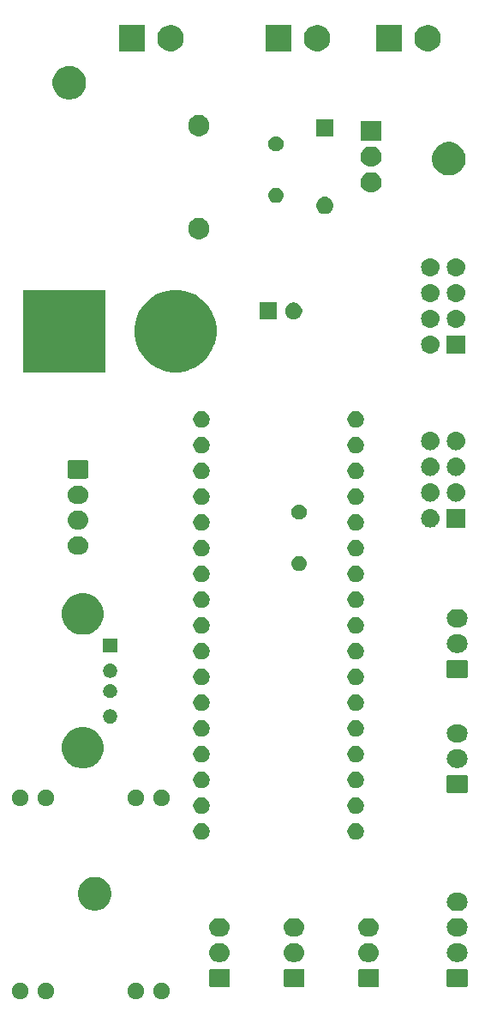
<source format=gbr>
G04 #@! TF.GenerationSoftware,KiCad,Pcbnew,(5.1.2)-1*
G04 #@! TF.CreationDate,2019-09-03T22:09:44+03:00*
G04 #@! TF.ProjectId,invaderBoard,696e7661-6465-4724-926f-6172642e6b69,rev?*
G04 #@! TF.SameCoordinates,Original*
G04 #@! TF.FileFunction,Soldermask,Top*
G04 #@! TF.FilePolarity,Negative*
%FSLAX46Y46*%
G04 Gerber Fmt 4.6, Leading zero omitted, Abs format (unit mm)*
G04 Created by KiCad (PCBNEW (5.1.2)-1) date 2019-09-03 22:09:44*
%MOMM*%
%LPD*%
G04 APERTURE LIST*
%ADD10C,0.100000*%
G04 APERTURE END LIST*
D10*
G36*
X221852142Y-131298242D02*
G01*
X222000101Y-131359529D01*
X222133255Y-131448499D01*
X222246501Y-131561745D01*
X222335471Y-131694899D01*
X222396758Y-131842858D01*
X222428000Y-131999925D01*
X222428000Y-132160075D01*
X222396758Y-132317142D01*
X222335471Y-132465101D01*
X222246501Y-132598255D01*
X222133255Y-132711501D01*
X222000101Y-132800471D01*
X221852142Y-132861758D01*
X221695075Y-132893000D01*
X221534925Y-132893000D01*
X221377858Y-132861758D01*
X221229899Y-132800471D01*
X221096745Y-132711501D01*
X220983499Y-132598255D01*
X220894529Y-132465101D01*
X220833242Y-132317142D01*
X220802000Y-132160075D01*
X220802000Y-131999925D01*
X220833242Y-131842858D01*
X220894529Y-131694899D01*
X220983499Y-131561745D01*
X221096745Y-131448499D01*
X221229899Y-131359529D01*
X221377858Y-131298242D01*
X221534925Y-131267000D01*
X221695075Y-131267000D01*
X221852142Y-131298242D01*
X221852142Y-131298242D01*
G37*
G36*
X219312142Y-131298242D02*
G01*
X219460101Y-131359529D01*
X219593255Y-131448499D01*
X219706501Y-131561745D01*
X219795471Y-131694899D01*
X219856758Y-131842858D01*
X219888000Y-131999925D01*
X219888000Y-132160075D01*
X219856758Y-132317142D01*
X219795471Y-132465101D01*
X219706501Y-132598255D01*
X219593255Y-132711501D01*
X219460101Y-132800471D01*
X219312142Y-132861758D01*
X219155075Y-132893000D01*
X218994925Y-132893000D01*
X218837858Y-132861758D01*
X218689899Y-132800471D01*
X218556745Y-132711501D01*
X218443499Y-132598255D01*
X218354529Y-132465101D01*
X218293242Y-132317142D01*
X218262000Y-132160075D01*
X218262000Y-131999925D01*
X218293242Y-131842858D01*
X218354529Y-131694899D01*
X218443499Y-131561745D01*
X218556745Y-131448499D01*
X218689899Y-131359529D01*
X218837858Y-131298242D01*
X218994925Y-131267000D01*
X219155075Y-131267000D01*
X219312142Y-131298242D01*
X219312142Y-131298242D01*
G37*
G36*
X207882142Y-131298242D02*
G01*
X208030101Y-131359529D01*
X208163255Y-131448499D01*
X208276501Y-131561745D01*
X208365471Y-131694899D01*
X208426758Y-131842858D01*
X208458000Y-131999925D01*
X208458000Y-132160075D01*
X208426758Y-132317142D01*
X208365471Y-132465101D01*
X208276501Y-132598255D01*
X208163255Y-132711501D01*
X208030101Y-132800471D01*
X207882142Y-132861758D01*
X207725075Y-132893000D01*
X207564925Y-132893000D01*
X207407858Y-132861758D01*
X207259899Y-132800471D01*
X207126745Y-132711501D01*
X207013499Y-132598255D01*
X206924529Y-132465101D01*
X206863242Y-132317142D01*
X206832000Y-132160075D01*
X206832000Y-131999925D01*
X206863242Y-131842858D01*
X206924529Y-131694899D01*
X207013499Y-131561745D01*
X207126745Y-131448499D01*
X207259899Y-131359529D01*
X207407858Y-131298242D01*
X207564925Y-131267000D01*
X207725075Y-131267000D01*
X207882142Y-131298242D01*
X207882142Y-131298242D01*
G37*
G36*
X210422142Y-131298242D02*
G01*
X210570101Y-131359529D01*
X210703255Y-131448499D01*
X210816501Y-131561745D01*
X210905471Y-131694899D01*
X210966758Y-131842858D01*
X210998000Y-131999925D01*
X210998000Y-132160075D01*
X210966758Y-132317142D01*
X210905471Y-132465101D01*
X210816501Y-132598255D01*
X210703255Y-132711501D01*
X210570101Y-132800471D01*
X210422142Y-132861758D01*
X210265075Y-132893000D01*
X210104925Y-132893000D01*
X209947858Y-132861758D01*
X209799899Y-132800471D01*
X209666745Y-132711501D01*
X209553499Y-132598255D01*
X209464529Y-132465101D01*
X209403242Y-132317142D01*
X209372000Y-132160075D01*
X209372000Y-131999925D01*
X209403242Y-131842858D01*
X209464529Y-131694899D01*
X209553499Y-131561745D01*
X209666745Y-131448499D01*
X209799899Y-131359529D01*
X209947858Y-131298242D01*
X210104925Y-131267000D01*
X210265075Y-131267000D01*
X210422142Y-131298242D01*
X210422142Y-131298242D01*
G37*
G36*
X228213600Y-129912989D02*
G01*
X228246652Y-129923015D01*
X228277103Y-129939292D01*
X228303799Y-129961201D01*
X228325708Y-129987897D01*
X228341985Y-130018348D01*
X228352011Y-130051400D01*
X228356000Y-130091903D01*
X228356000Y-131528097D01*
X228352011Y-131568600D01*
X228341985Y-131601652D01*
X228325708Y-131632103D01*
X228303799Y-131658799D01*
X228277103Y-131680708D01*
X228246652Y-131696985D01*
X228213600Y-131707011D01*
X228173097Y-131711000D01*
X226486903Y-131711000D01*
X226446400Y-131707011D01*
X226413348Y-131696985D01*
X226382897Y-131680708D01*
X226356201Y-131658799D01*
X226334292Y-131632103D01*
X226318015Y-131601652D01*
X226307989Y-131568600D01*
X226304000Y-131528097D01*
X226304000Y-130091903D01*
X226307989Y-130051400D01*
X226318015Y-130018348D01*
X226334292Y-129987897D01*
X226356201Y-129961201D01*
X226382897Y-129939292D01*
X226413348Y-129923015D01*
X226446400Y-129912989D01*
X226486903Y-129909000D01*
X228173097Y-129909000D01*
X228213600Y-129912989D01*
X228213600Y-129912989D01*
G37*
G36*
X242945600Y-129912989D02*
G01*
X242978652Y-129923015D01*
X243009103Y-129939292D01*
X243035799Y-129961201D01*
X243057708Y-129987897D01*
X243073985Y-130018348D01*
X243084011Y-130051400D01*
X243088000Y-130091903D01*
X243088000Y-131528097D01*
X243084011Y-131568600D01*
X243073985Y-131601652D01*
X243057708Y-131632103D01*
X243035799Y-131658799D01*
X243009103Y-131680708D01*
X242978652Y-131696985D01*
X242945600Y-131707011D01*
X242905097Y-131711000D01*
X241218903Y-131711000D01*
X241178400Y-131707011D01*
X241145348Y-131696985D01*
X241114897Y-131680708D01*
X241088201Y-131658799D01*
X241066292Y-131632103D01*
X241050015Y-131601652D01*
X241039989Y-131568600D01*
X241036000Y-131528097D01*
X241036000Y-130091903D01*
X241039989Y-130051400D01*
X241050015Y-130018348D01*
X241066292Y-129987897D01*
X241088201Y-129961201D01*
X241114897Y-129939292D01*
X241145348Y-129923015D01*
X241178400Y-129912989D01*
X241218903Y-129909000D01*
X242905097Y-129909000D01*
X242945600Y-129912989D01*
X242945600Y-129912989D01*
G37*
G36*
X251708600Y-129912989D02*
G01*
X251741652Y-129923015D01*
X251772103Y-129939292D01*
X251798799Y-129961201D01*
X251820708Y-129987897D01*
X251836985Y-130018348D01*
X251847011Y-130051400D01*
X251851000Y-130091903D01*
X251851000Y-131528097D01*
X251847011Y-131568600D01*
X251836985Y-131601652D01*
X251820708Y-131632103D01*
X251798799Y-131658799D01*
X251772103Y-131680708D01*
X251741652Y-131696985D01*
X251708600Y-131707011D01*
X251668097Y-131711000D01*
X249981903Y-131711000D01*
X249941400Y-131707011D01*
X249908348Y-131696985D01*
X249877897Y-131680708D01*
X249851201Y-131658799D01*
X249829292Y-131632103D01*
X249813015Y-131601652D01*
X249802989Y-131568600D01*
X249799000Y-131528097D01*
X249799000Y-130091903D01*
X249802989Y-130051400D01*
X249813015Y-130018348D01*
X249829292Y-129987897D01*
X249851201Y-129961201D01*
X249877897Y-129939292D01*
X249908348Y-129923015D01*
X249941400Y-129912989D01*
X249981903Y-129909000D01*
X251668097Y-129909000D01*
X251708600Y-129912989D01*
X251708600Y-129912989D01*
G37*
G36*
X235579600Y-129912989D02*
G01*
X235612652Y-129923015D01*
X235643103Y-129939292D01*
X235669799Y-129961201D01*
X235691708Y-129987897D01*
X235707985Y-130018348D01*
X235718011Y-130051400D01*
X235722000Y-130091903D01*
X235722000Y-131528097D01*
X235718011Y-131568600D01*
X235707985Y-131601652D01*
X235691708Y-131632103D01*
X235669799Y-131658799D01*
X235643103Y-131680708D01*
X235612652Y-131696985D01*
X235579600Y-131707011D01*
X235539097Y-131711000D01*
X233852903Y-131711000D01*
X233812400Y-131707011D01*
X233779348Y-131696985D01*
X233748897Y-131680708D01*
X233722201Y-131658799D01*
X233700292Y-131632103D01*
X233684015Y-131601652D01*
X233673989Y-131568600D01*
X233670000Y-131528097D01*
X233670000Y-130091903D01*
X233673989Y-130051400D01*
X233684015Y-130018348D01*
X233700292Y-129987897D01*
X233722201Y-129961201D01*
X233748897Y-129939292D01*
X233779348Y-129923015D01*
X233812400Y-129912989D01*
X233852903Y-129909000D01*
X235539097Y-129909000D01*
X235579600Y-129912989D01*
X235579600Y-129912989D01*
G37*
G36*
X242297443Y-127415519D02*
G01*
X242363627Y-127422037D01*
X242533466Y-127473557D01*
X242689991Y-127557222D01*
X242725729Y-127586552D01*
X242827186Y-127669814D01*
X242910448Y-127771271D01*
X242939778Y-127807009D01*
X243023443Y-127963534D01*
X243074963Y-128133373D01*
X243092359Y-128310000D01*
X243074963Y-128486627D01*
X243023443Y-128656466D01*
X242939778Y-128812991D01*
X242910448Y-128848729D01*
X242827186Y-128950186D01*
X242725729Y-129033448D01*
X242689991Y-129062778D01*
X242533466Y-129146443D01*
X242363627Y-129197963D01*
X242297442Y-129204482D01*
X242231260Y-129211000D01*
X241892740Y-129211000D01*
X241826558Y-129204482D01*
X241760373Y-129197963D01*
X241590534Y-129146443D01*
X241434009Y-129062778D01*
X241398271Y-129033448D01*
X241296814Y-128950186D01*
X241213552Y-128848729D01*
X241184222Y-128812991D01*
X241100557Y-128656466D01*
X241049037Y-128486627D01*
X241031641Y-128310000D01*
X241049037Y-128133373D01*
X241100557Y-127963534D01*
X241184222Y-127807009D01*
X241213552Y-127771271D01*
X241296814Y-127669814D01*
X241398271Y-127586552D01*
X241434009Y-127557222D01*
X241590534Y-127473557D01*
X241760373Y-127422037D01*
X241826557Y-127415519D01*
X241892740Y-127409000D01*
X242231260Y-127409000D01*
X242297443Y-127415519D01*
X242297443Y-127415519D01*
G37*
G36*
X251060443Y-127415519D02*
G01*
X251126627Y-127422037D01*
X251296466Y-127473557D01*
X251452991Y-127557222D01*
X251488729Y-127586552D01*
X251590186Y-127669814D01*
X251673448Y-127771271D01*
X251702778Y-127807009D01*
X251786443Y-127963534D01*
X251837963Y-128133373D01*
X251855359Y-128310000D01*
X251837963Y-128486627D01*
X251786443Y-128656466D01*
X251702778Y-128812991D01*
X251673448Y-128848729D01*
X251590186Y-128950186D01*
X251488729Y-129033448D01*
X251452991Y-129062778D01*
X251296466Y-129146443D01*
X251126627Y-129197963D01*
X251060442Y-129204482D01*
X250994260Y-129211000D01*
X250655740Y-129211000D01*
X250589558Y-129204482D01*
X250523373Y-129197963D01*
X250353534Y-129146443D01*
X250197009Y-129062778D01*
X250161271Y-129033448D01*
X250059814Y-128950186D01*
X249976552Y-128848729D01*
X249947222Y-128812991D01*
X249863557Y-128656466D01*
X249812037Y-128486627D01*
X249794641Y-128310000D01*
X249812037Y-128133373D01*
X249863557Y-127963534D01*
X249947222Y-127807009D01*
X249976552Y-127771271D01*
X250059814Y-127669814D01*
X250161271Y-127586552D01*
X250197009Y-127557222D01*
X250353534Y-127473557D01*
X250523373Y-127422037D01*
X250589557Y-127415519D01*
X250655740Y-127409000D01*
X250994260Y-127409000D01*
X251060443Y-127415519D01*
X251060443Y-127415519D01*
G37*
G36*
X234931443Y-127415519D02*
G01*
X234997627Y-127422037D01*
X235167466Y-127473557D01*
X235323991Y-127557222D01*
X235359729Y-127586552D01*
X235461186Y-127669814D01*
X235544448Y-127771271D01*
X235573778Y-127807009D01*
X235657443Y-127963534D01*
X235708963Y-128133373D01*
X235726359Y-128310000D01*
X235708963Y-128486627D01*
X235657443Y-128656466D01*
X235573778Y-128812991D01*
X235544448Y-128848729D01*
X235461186Y-128950186D01*
X235359729Y-129033448D01*
X235323991Y-129062778D01*
X235167466Y-129146443D01*
X234997627Y-129197963D01*
X234931442Y-129204482D01*
X234865260Y-129211000D01*
X234526740Y-129211000D01*
X234460558Y-129204482D01*
X234394373Y-129197963D01*
X234224534Y-129146443D01*
X234068009Y-129062778D01*
X234032271Y-129033448D01*
X233930814Y-128950186D01*
X233847552Y-128848729D01*
X233818222Y-128812991D01*
X233734557Y-128656466D01*
X233683037Y-128486627D01*
X233665641Y-128310000D01*
X233683037Y-128133373D01*
X233734557Y-127963534D01*
X233818222Y-127807009D01*
X233847552Y-127771271D01*
X233930814Y-127669814D01*
X234032271Y-127586552D01*
X234068009Y-127557222D01*
X234224534Y-127473557D01*
X234394373Y-127422037D01*
X234460557Y-127415519D01*
X234526740Y-127409000D01*
X234865260Y-127409000D01*
X234931443Y-127415519D01*
X234931443Y-127415519D01*
G37*
G36*
X227565443Y-127415519D02*
G01*
X227631627Y-127422037D01*
X227801466Y-127473557D01*
X227957991Y-127557222D01*
X227993729Y-127586552D01*
X228095186Y-127669814D01*
X228178448Y-127771271D01*
X228207778Y-127807009D01*
X228291443Y-127963534D01*
X228342963Y-128133373D01*
X228360359Y-128310000D01*
X228342963Y-128486627D01*
X228291443Y-128656466D01*
X228207778Y-128812991D01*
X228178448Y-128848729D01*
X228095186Y-128950186D01*
X227993729Y-129033448D01*
X227957991Y-129062778D01*
X227801466Y-129146443D01*
X227631627Y-129197963D01*
X227565442Y-129204482D01*
X227499260Y-129211000D01*
X227160740Y-129211000D01*
X227094558Y-129204482D01*
X227028373Y-129197963D01*
X226858534Y-129146443D01*
X226702009Y-129062778D01*
X226666271Y-129033448D01*
X226564814Y-128950186D01*
X226481552Y-128848729D01*
X226452222Y-128812991D01*
X226368557Y-128656466D01*
X226317037Y-128486627D01*
X226299641Y-128310000D01*
X226317037Y-128133373D01*
X226368557Y-127963534D01*
X226452222Y-127807009D01*
X226481552Y-127771271D01*
X226564814Y-127669814D01*
X226666271Y-127586552D01*
X226702009Y-127557222D01*
X226858534Y-127473557D01*
X227028373Y-127422037D01*
X227094557Y-127415519D01*
X227160740Y-127409000D01*
X227499260Y-127409000D01*
X227565443Y-127415519D01*
X227565443Y-127415519D01*
G37*
G36*
X242297443Y-124915519D02*
G01*
X242363627Y-124922037D01*
X242533466Y-124973557D01*
X242689991Y-125057222D01*
X242725729Y-125086552D01*
X242827186Y-125169814D01*
X242910448Y-125271271D01*
X242939778Y-125307009D01*
X243023443Y-125463534D01*
X243074963Y-125633373D01*
X243092359Y-125810000D01*
X243074963Y-125986627D01*
X243023443Y-126156466D01*
X242939778Y-126312991D01*
X242910448Y-126348729D01*
X242827186Y-126450186D01*
X242725729Y-126533448D01*
X242689991Y-126562778D01*
X242533466Y-126646443D01*
X242363627Y-126697963D01*
X242297442Y-126704482D01*
X242231260Y-126711000D01*
X241892740Y-126711000D01*
X241826558Y-126704482D01*
X241760373Y-126697963D01*
X241590534Y-126646443D01*
X241434009Y-126562778D01*
X241398271Y-126533448D01*
X241296814Y-126450186D01*
X241213552Y-126348729D01*
X241184222Y-126312991D01*
X241100557Y-126156466D01*
X241049037Y-125986627D01*
X241031641Y-125810000D01*
X241049037Y-125633373D01*
X241100557Y-125463534D01*
X241184222Y-125307009D01*
X241213552Y-125271271D01*
X241296814Y-125169814D01*
X241398271Y-125086552D01*
X241434009Y-125057222D01*
X241590534Y-124973557D01*
X241760373Y-124922037D01*
X241826557Y-124915519D01*
X241892740Y-124909000D01*
X242231260Y-124909000D01*
X242297443Y-124915519D01*
X242297443Y-124915519D01*
G37*
G36*
X227565443Y-124915519D02*
G01*
X227631627Y-124922037D01*
X227801466Y-124973557D01*
X227957991Y-125057222D01*
X227993729Y-125086552D01*
X228095186Y-125169814D01*
X228178448Y-125271271D01*
X228207778Y-125307009D01*
X228291443Y-125463534D01*
X228342963Y-125633373D01*
X228360359Y-125810000D01*
X228342963Y-125986627D01*
X228291443Y-126156466D01*
X228207778Y-126312991D01*
X228178448Y-126348729D01*
X228095186Y-126450186D01*
X227993729Y-126533448D01*
X227957991Y-126562778D01*
X227801466Y-126646443D01*
X227631627Y-126697963D01*
X227565442Y-126704482D01*
X227499260Y-126711000D01*
X227160740Y-126711000D01*
X227094558Y-126704482D01*
X227028373Y-126697963D01*
X226858534Y-126646443D01*
X226702009Y-126562778D01*
X226666271Y-126533448D01*
X226564814Y-126450186D01*
X226481552Y-126348729D01*
X226452222Y-126312991D01*
X226368557Y-126156466D01*
X226317037Y-125986627D01*
X226299641Y-125810000D01*
X226317037Y-125633373D01*
X226368557Y-125463534D01*
X226452222Y-125307009D01*
X226481552Y-125271271D01*
X226564814Y-125169814D01*
X226666271Y-125086552D01*
X226702009Y-125057222D01*
X226858534Y-124973557D01*
X227028373Y-124922037D01*
X227094557Y-124915519D01*
X227160740Y-124909000D01*
X227499260Y-124909000D01*
X227565443Y-124915519D01*
X227565443Y-124915519D01*
G37*
G36*
X251060443Y-124915519D02*
G01*
X251126627Y-124922037D01*
X251296466Y-124973557D01*
X251452991Y-125057222D01*
X251488729Y-125086552D01*
X251590186Y-125169814D01*
X251673448Y-125271271D01*
X251702778Y-125307009D01*
X251786443Y-125463534D01*
X251837963Y-125633373D01*
X251855359Y-125810000D01*
X251837963Y-125986627D01*
X251786443Y-126156466D01*
X251702778Y-126312991D01*
X251673448Y-126348729D01*
X251590186Y-126450186D01*
X251488729Y-126533448D01*
X251452991Y-126562778D01*
X251296466Y-126646443D01*
X251126627Y-126697963D01*
X251060442Y-126704482D01*
X250994260Y-126711000D01*
X250655740Y-126711000D01*
X250589558Y-126704482D01*
X250523373Y-126697963D01*
X250353534Y-126646443D01*
X250197009Y-126562778D01*
X250161271Y-126533448D01*
X250059814Y-126450186D01*
X249976552Y-126348729D01*
X249947222Y-126312991D01*
X249863557Y-126156466D01*
X249812037Y-125986627D01*
X249794641Y-125810000D01*
X249812037Y-125633373D01*
X249863557Y-125463534D01*
X249947222Y-125307009D01*
X249976552Y-125271271D01*
X250059814Y-125169814D01*
X250161271Y-125086552D01*
X250197009Y-125057222D01*
X250353534Y-124973557D01*
X250523373Y-124922037D01*
X250589557Y-124915519D01*
X250655740Y-124909000D01*
X250994260Y-124909000D01*
X251060443Y-124915519D01*
X251060443Y-124915519D01*
G37*
G36*
X234931443Y-124915519D02*
G01*
X234997627Y-124922037D01*
X235167466Y-124973557D01*
X235323991Y-125057222D01*
X235359729Y-125086552D01*
X235461186Y-125169814D01*
X235544448Y-125271271D01*
X235573778Y-125307009D01*
X235657443Y-125463534D01*
X235708963Y-125633373D01*
X235726359Y-125810000D01*
X235708963Y-125986627D01*
X235657443Y-126156466D01*
X235573778Y-126312991D01*
X235544448Y-126348729D01*
X235461186Y-126450186D01*
X235359729Y-126533448D01*
X235323991Y-126562778D01*
X235167466Y-126646443D01*
X234997627Y-126697963D01*
X234931442Y-126704482D01*
X234865260Y-126711000D01*
X234526740Y-126711000D01*
X234460558Y-126704482D01*
X234394373Y-126697963D01*
X234224534Y-126646443D01*
X234068009Y-126562778D01*
X234032271Y-126533448D01*
X233930814Y-126450186D01*
X233847552Y-126348729D01*
X233818222Y-126312991D01*
X233734557Y-126156466D01*
X233683037Y-125986627D01*
X233665641Y-125810000D01*
X233683037Y-125633373D01*
X233734557Y-125463534D01*
X233818222Y-125307009D01*
X233847552Y-125271271D01*
X233930814Y-125169814D01*
X234032271Y-125086552D01*
X234068009Y-125057222D01*
X234224534Y-124973557D01*
X234394373Y-124922037D01*
X234460557Y-124915519D01*
X234526740Y-124909000D01*
X234865260Y-124909000D01*
X234931443Y-124915519D01*
X234931443Y-124915519D01*
G37*
G36*
X251060442Y-122415518D02*
G01*
X251126627Y-122422037D01*
X251296466Y-122473557D01*
X251452991Y-122557222D01*
X251488729Y-122586552D01*
X251590186Y-122669814D01*
X251673448Y-122771271D01*
X251702778Y-122807009D01*
X251786443Y-122963534D01*
X251837963Y-123133373D01*
X251855359Y-123310000D01*
X251837963Y-123486627D01*
X251786443Y-123656466D01*
X251702778Y-123812991D01*
X251673448Y-123848729D01*
X251590186Y-123950186D01*
X251488729Y-124033448D01*
X251452991Y-124062778D01*
X251296466Y-124146443D01*
X251126627Y-124197963D01*
X251060442Y-124204482D01*
X250994260Y-124211000D01*
X250655740Y-124211000D01*
X250589558Y-124204482D01*
X250523373Y-124197963D01*
X250353534Y-124146443D01*
X250197009Y-124062778D01*
X250161271Y-124033448D01*
X250059814Y-123950186D01*
X249976552Y-123848729D01*
X249947222Y-123812991D01*
X249863557Y-123656466D01*
X249812037Y-123486627D01*
X249794641Y-123310000D01*
X249812037Y-123133373D01*
X249863557Y-122963534D01*
X249947222Y-122807009D01*
X249976552Y-122771271D01*
X250059814Y-122669814D01*
X250161271Y-122586552D01*
X250197009Y-122557222D01*
X250353534Y-122473557D01*
X250523373Y-122422037D01*
X250589558Y-122415518D01*
X250655740Y-122409000D01*
X250994260Y-122409000D01*
X251060442Y-122415518D01*
X251060442Y-122415518D01*
G37*
G36*
X215375256Y-120891298D02*
G01*
X215481579Y-120912447D01*
X215782042Y-121036903D01*
X216052451Y-121217585D01*
X216282415Y-121447549D01*
X216463097Y-121717958D01*
X216587553Y-122018421D01*
X216651000Y-122337391D01*
X216651000Y-122662609D01*
X216587553Y-122981579D01*
X216463097Y-123282042D01*
X216282415Y-123552451D01*
X216052451Y-123782415D01*
X215782042Y-123963097D01*
X215481579Y-124087553D01*
X215375256Y-124108702D01*
X215162611Y-124151000D01*
X214837389Y-124151000D01*
X214624744Y-124108702D01*
X214518421Y-124087553D01*
X214217958Y-123963097D01*
X213947549Y-123782415D01*
X213717585Y-123552451D01*
X213536903Y-123282042D01*
X213412447Y-122981579D01*
X213349000Y-122662609D01*
X213349000Y-122337391D01*
X213412447Y-122018421D01*
X213536903Y-121717958D01*
X213717585Y-121447549D01*
X213947549Y-121217585D01*
X214217958Y-121036903D01*
X214518421Y-120912447D01*
X214624744Y-120891298D01*
X214837389Y-120849000D01*
X215162611Y-120849000D01*
X215375256Y-120891298D01*
X215375256Y-120891298D01*
G37*
G36*
X225789142Y-115550242D02*
G01*
X225937101Y-115611529D01*
X226070255Y-115700499D01*
X226183501Y-115813745D01*
X226272471Y-115946899D01*
X226333758Y-116094858D01*
X226365000Y-116251925D01*
X226365000Y-116412075D01*
X226333758Y-116569142D01*
X226272471Y-116717101D01*
X226183501Y-116850255D01*
X226070255Y-116963501D01*
X225937101Y-117052471D01*
X225789142Y-117113758D01*
X225632075Y-117145000D01*
X225471925Y-117145000D01*
X225314858Y-117113758D01*
X225166899Y-117052471D01*
X225033745Y-116963501D01*
X224920499Y-116850255D01*
X224831529Y-116717101D01*
X224770242Y-116569142D01*
X224739000Y-116412075D01*
X224739000Y-116251925D01*
X224770242Y-116094858D01*
X224831529Y-115946899D01*
X224920499Y-115813745D01*
X225033745Y-115700499D01*
X225166899Y-115611529D01*
X225314858Y-115550242D01*
X225471925Y-115519000D01*
X225632075Y-115519000D01*
X225789142Y-115550242D01*
X225789142Y-115550242D01*
G37*
G36*
X241029142Y-115550242D02*
G01*
X241177101Y-115611529D01*
X241310255Y-115700499D01*
X241423501Y-115813745D01*
X241512471Y-115946899D01*
X241573758Y-116094858D01*
X241605000Y-116251925D01*
X241605000Y-116412075D01*
X241573758Y-116569142D01*
X241512471Y-116717101D01*
X241423501Y-116850255D01*
X241310255Y-116963501D01*
X241177101Y-117052471D01*
X241029142Y-117113758D01*
X240872075Y-117145000D01*
X240711925Y-117145000D01*
X240554858Y-117113758D01*
X240406899Y-117052471D01*
X240273745Y-116963501D01*
X240160499Y-116850255D01*
X240071529Y-116717101D01*
X240010242Y-116569142D01*
X239979000Y-116412075D01*
X239979000Y-116251925D01*
X240010242Y-116094858D01*
X240071529Y-115946899D01*
X240160499Y-115813745D01*
X240273745Y-115700499D01*
X240406899Y-115611529D01*
X240554858Y-115550242D01*
X240711925Y-115519000D01*
X240872075Y-115519000D01*
X241029142Y-115550242D01*
X241029142Y-115550242D01*
G37*
G36*
X241029142Y-113010242D02*
G01*
X241177101Y-113071529D01*
X241310255Y-113160499D01*
X241423501Y-113273745D01*
X241512471Y-113406899D01*
X241573758Y-113554858D01*
X241605000Y-113711925D01*
X241605000Y-113872075D01*
X241573758Y-114029142D01*
X241512471Y-114177101D01*
X241423501Y-114310255D01*
X241310255Y-114423501D01*
X241177101Y-114512471D01*
X241029142Y-114573758D01*
X240872075Y-114605000D01*
X240711925Y-114605000D01*
X240554858Y-114573758D01*
X240406899Y-114512471D01*
X240273745Y-114423501D01*
X240160499Y-114310255D01*
X240071529Y-114177101D01*
X240010242Y-114029142D01*
X239979000Y-113872075D01*
X239979000Y-113711925D01*
X240010242Y-113554858D01*
X240071529Y-113406899D01*
X240160499Y-113273745D01*
X240273745Y-113160499D01*
X240406899Y-113071529D01*
X240554858Y-113010242D01*
X240711925Y-112979000D01*
X240872075Y-112979000D01*
X241029142Y-113010242D01*
X241029142Y-113010242D01*
G37*
G36*
X225789142Y-113010242D02*
G01*
X225937101Y-113071529D01*
X226070255Y-113160499D01*
X226183501Y-113273745D01*
X226272471Y-113406899D01*
X226333758Y-113554858D01*
X226365000Y-113711925D01*
X226365000Y-113872075D01*
X226333758Y-114029142D01*
X226272471Y-114177101D01*
X226183501Y-114310255D01*
X226070255Y-114423501D01*
X225937101Y-114512471D01*
X225789142Y-114573758D01*
X225632075Y-114605000D01*
X225471925Y-114605000D01*
X225314858Y-114573758D01*
X225166899Y-114512471D01*
X225033745Y-114423501D01*
X224920499Y-114310255D01*
X224831529Y-114177101D01*
X224770242Y-114029142D01*
X224739000Y-113872075D01*
X224739000Y-113711925D01*
X224770242Y-113554858D01*
X224831529Y-113406899D01*
X224920499Y-113273745D01*
X225033745Y-113160499D01*
X225166899Y-113071529D01*
X225314858Y-113010242D01*
X225471925Y-112979000D01*
X225632075Y-112979000D01*
X225789142Y-113010242D01*
X225789142Y-113010242D01*
G37*
G36*
X207882142Y-112248242D02*
G01*
X208030101Y-112309529D01*
X208163255Y-112398499D01*
X208276501Y-112511745D01*
X208365471Y-112644899D01*
X208426758Y-112792858D01*
X208458000Y-112949925D01*
X208458000Y-113110075D01*
X208426758Y-113267142D01*
X208365471Y-113415101D01*
X208276501Y-113548255D01*
X208163255Y-113661501D01*
X208030101Y-113750471D01*
X207882142Y-113811758D01*
X207725075Y-113843000D01*
X207564925Y-113843000D01*
X207407858Y-113811758D01*
X207259899Y-113750471D01*
X207126745Y-113661501D01*
X207013499Y-113548255D01*
X206924529Y-113415101D01*
X206863242Y-113267142D01*
X206832000Y-113110075D01*
X206832000Y-112949925D01*
X206863242Y-112792858D01*
X206924529Y-112644899D01*
X207013499Y-112511745D01*
X207126745Y-112398499D01*
X207259899Y-112309529D01*
X207407858Y-112248242D01*
X207564925Y-112217000D01*
X207725075Y-112217000D01*
X207882142Y-112248242D01*
X207882142Y-112248242D01*
G37*
G36*
X221852142Y-112248242D02*
G01*
X222000101Y-112309529D01*
X222133255Y-112398499D01*
X222246501Y-112511745D01*
X222335471Y-112644899D01*
X222396758Y-112792858D01*
X222428000Y-112949925D01*
X222428000Y-113110075D01*
X222396758Y-113267142D01*
X222335471Y-113415101D01*
X222246501Y-113548255D01*
X222133255Y-113661501D01*
X222000101Y-113750471D01*
X221852142Y-113811758D01*
X221695075Y-113843000D01*
X221534925Y-113843000D01*
X221377858Y-113811758D01*
X221229899Y-113750471D01*
X221096745Y-113661501D01*
X220983499Y-113548255D01*
X220894529Y-113415101D01*
X220833242Y-113267142D01*
X220802000Y-113110075D01*
X220802000Y-112949925D01*
X220833242Y-112792858D01*
X220894529Y-112644899D01*
X220983499Y-112511745D01*
X221096745Y-112398499D01*
X221229899Y-112309529D01*
X221377858Y-112248242D01*
X221534925Y-112217000D01*
X221695075Y-112217000D01*
X221852142Y-112248242D01*
X221852142Y-112248242D01*
G37*
G36*
X219312142Y-112248242D02*
G01*
X219460101Y-112309529D01*
X219593255Y-112398499D01*
X219706501Y-112511745D01*
X219795471Y-112644899D01*
X219856758Y-112792858D01*
X219888000Y-112949925D01*
X219888000Y-113110075D01*
X219856758Y-113267142D01*
X219795471Y-113415101D01*
X219706501Y-113548255D01*
X219593255Y-113661501D01*
X219460101Y-113750471D01*
X219312142Y-113811758D01*
X219155075Y-113843000D01*
X218994925Y-113843000D01*
X218837858Y-113811758D01*
X218689899Y-113750471D01*
X218556745Y-113661501D01*
X218443499Y-113548255D01*
X218354529Y-113415101D01*
X218293242Y-113267142D01*
X218262000Y-113110075D01*
X218262000Y-112949925D01*
X218293242Y-112792858D01*
X218354529Y-112644899D01*
X218443499Y-112511745D01*
X218556745Y-112398499D01*
X218689899Y-112309529D01*
X218837858Y-112248242D01*
X218994925Y-112217000D01*
X219155075Y-112217000D01*
X219312142Y-112248242D01*
X219312142Y-112248242D01*
G37*
G36*
X210422142Y-112248242D02*
G01*
X210570101Y-112309529D01*
X210703255Y-112398499D01*
X210816501Y-112511745D01*
X210905471Y-112644899D01*
X210966758Y-112792858D01*
X210998000Y-112949925D01*
X210998000Y-113110075D01*
X210966758Y-113267142D01*
X210905471Y-113415101D01*
X210816501Y-113548255D01*
X210703255Y-113661501D01*
X210570101Y-113750471D01*
X210422142Y-113811758D01*
X210265075Y-113843000D01*
X210104925Y-113843000D01*
X209947858Y-113811758D01*
X209799899Y-113750471D01*
X209666745Y-113661501D01*
X209553499Y-113548255D01*
X209464529Y-113415101D01*
X209403242Y-113267142D01*
X209372000Y-113110075D01*
X209372000Y-112949925D01*
X209403242Y-112792858D01*
X209464529Y-112644899D01*
X209553499Y-112511745D01*
X209666745Y-112398499D01*
X209799899Y-112309529D01*
X209947858Y-112248242D01*
X210104925Y-112217000D01*
X210265075Y-112217000D01*
X210422142Y-112248242D01*
X210422142Y-112248242D01*
G37*
G36*
X251708600Y-110782989D02*
G01*
X251741652Y-110793015D01*
X251772103Y-110809292D01*
X251798799Y-110831201D01*
X251820708Y-110857897D01*
X251836985Y-110888348D01*
X251847011Y-110921400D01*
X251851000Y-110961903D01*
X251851000Y-112398097D01*
X251847011Y-112438600D01*
X251836985Y-112471652D01*
X251820708Y-112502103D01*
X251798799Y-112528799D01*
X251772103Y-112550708D01*
X251741652Y-112566985D01*
X251708600Y-112577011D01*
X251668097Y-112581000D01*
X249981903Y-112581000D01*
X249941400Y-112577011D01*
X249908348Y-112566985D01*
X249877897Y-112550708D01*
X249851201Y-112528799D01*
X249829292Y-112502103D01*
X249813015Y-112471652D01*
X249802989Y-112438600D01*
X249799000Y-112398097D01*
X249799000Y-110961903D01*
X249802989Y-110921400D01*
X249813015Y-110888348D01*
X249829292Y-110857897D01*
X249851201Y-110831201D01*
X249877897Y-110809292D01*
X249908348Y-110793015D01*
X249941400Y-110782989D01*
X249981903Y-110779000D01*
X251668097Y-110779000D01*
X251708600Y-110782989D01*
X251708600Y-110782989D01*
G37*
G36*
X241029142Y-110470242D02*
G01*
X241177101Y-110531529D01*
X241310255Y-110620499D01*
X241423501Y-110733745D01*
X241512471Y-110866899D01*
X241573758Y-111014858D01*
X241605000Y-111171925D01*
X241605000Y-111332075D01*
X241573758Y-111489142D01*
X241512471Y-111637101D01*
X241423501Y-111770255D01*
X241310255Y-111883501D01*
X241177101Y-111972471D01*
X241029142Y-112033758D01*
X240872075Y-112065000D01*
X240711925Y-112065000D01*
X240554858Y-112033758D01*
X240406899Y-111972471D01*
X240273745Y-111883501D01*
X240160499Y-111770255D01*
X240071529Y-111637101D01*
X240010242Y-111489142D01*
X239979000Y-111332075D01*
X239979000Y-111171925D01*
X240010242Y-111014858D01*
X240071529Y-110866899D01*
X240160499Y-110733745D01*
X240273745Y-110620499D01*
X240406899Y-110531529D01*
X240554858Y-110470242D01*
X240711925Y-110439000D01*
X240872075Y-110439000D01*
X241029142Y-110470242D01*
X241029142Y-110470242D01*
G37*
G36*
X225789142Y-110470242D02*
G01*
X225937101Y-110531529D01*
X226070255Y-110620499D01*
X226183501Y-110733745D01*
X226272471Y-110866899D01*
X226333758Y-111014858D01*
X226365000Y-111171925D01*
X226365000Y-111332075D01*
X226333758Y-111489142D01*
X226272471Y-111637101D01*
X226183501Y-111770255D01*
X226070255Y-111883501D01*
X225937101Y-111972471D01*
X225789142Y-112033758D01*
X225632075Y-112065000D01*
X225471925Y-112065000D01*
X225314858Y-112033758D01*
X225166899Y-111972471D01*
X225033745Y-111883501D01*
X224920499Y-111770255D01*
X224831529Y-111637101D01*
X224770242Y-111489142D01*
X224739000Y-111332075D01*
X224739000Y-111171925D01*
X224770242Y-111014858D01*
X224831529Y-110866899D01*
X224920499Y-110733745D01*
X225033745Y-110620499D01*
X225166899Y-110531529D01*
X225314858Y-110470242D01*
X225471925Y-110439000D01*
X225632075Y-110439000D01*
X225789142Y-110470242D01*
X225789142Y-110470242D01*
G37*
G36*
X214433254Y-106127818D02*
G01*
X214733237Y-106252075D01*
X214806513Y-106282427D01*
X215142436Y-106506884D01*
X215428116Y-106792564D01*
X215584405Y-107026466D01*
X215652574Y-107128489D01*
X215807182Y-107501746D01*
X215886000Y-107897993D01*
X215886000Y-108302007D01*
X215807182Y-108698254D01*
X215680797Y-109003375D01*
X215652573Y-109071513D01*
X215428116Y-109407436D01*
X215142436Y-109693116D01*
X214806513Y-109917573D01*
X214806512Y-109917574D01*
X214806511Y-109917574D01*
X214433254Y-110072182D01*
X214037007Y-110151000D01*
X213632993Y-110151000D01*
X213236746Y-110072182D01*
X212863489Y-109917574D01*
X212863488Y-109917574D01*
X212863487Y-109917573D01*
X212527564Y-109693116D01*
X212241884Y-109407436D01*
X212017427Y-109071513D01*
X211989203Y-109003375D01*
X211862818Y-108698254D01*
X211784000Y-108302007D01*
X211784000Y-107897993D01*
X211862818Y-107501746D01*
X212017426Y-107128489D01*
X212085596Y-107026466D01*
X212241884Y-106792564D01*
X212527564Y-106506884D01*
X212863487Y-106282427D01*
X212936763Y-106252075D01*
X213236746Y-106127818D01*
X213632993Y-106049000D01*
X214037007Y-106049000D01*
X214433254Y-106127818D01*
X214433254Y-106127818D01*
G37*
G36*
X251060443Y-108285519D02*
G01*
X251126627Y-108292037D01*
X251296466Y-108343557D01*
X251452991Y-108427222D01*
X251488729Y-108456552D01*
X251590186Y-108539814D01*
X251665778Y-108631925D01*
X251702778Y-108677009D01*
X251786443Y-108833534D01*
X251837963Y-109003373D01*
X251855359Y-109180000D01*
X251837963Y-109356627D01*
X251786443Y-109526466D01*
X251702778Y-109682991D01*
X251673448Y-109718729D01*
X251590186Y-109820186D01*
X251488729Y-109903448D01*
X251452991Y-109932778D01*
X251296466Y-110016443D01*
X251126627Y-110067963D01*
X251060442Y-110074482D01*
X250994260Y-110081000D01*
X250655740Y-110081000D01*
X250589558Y-110074482D01*
X250523373Y-110067963D01*
X250353534Y-110016443D01*
X250197009Y-109932778D01*
X250161271Y-109903448D01*
X250059814Y-109820186D01*
X249976552Y-109718729D01*
X249947222Y-109682991D01*
X249863557Y-109526466D01*
X249812037Y-109356627D01*
X249794641Y-109180000D01*
X249812037Y-109003373D01*
X249863557Y-108833534D01*
X249947222Y-108677009D01*
X249984222Y-108631925D01*
X250059814Y-108539814D01*
X250161271Y-108456552D01*
X250197009Y-108427222D01*
X250353534Y-108343557D01*
X250523373Y-108292037D01*
X250589557Y-108285519D01*
X250655740Y-108279000D01*
X250994260Y-108279000D01*
X251060443Y-108285519D01*
X251060443Y-108285519D01*
G37*
G36*
X241029142Y-107930242D02*
G01*
X241177101Y-107991529D01*
X241310255Y-108080499D01*
X241423501Y-108193745D01*
X241512471Y-108326899D01*
X241573758Y-108474858D01*
X241605000Y-108631925D01*
X241605000Y-108792075D01*
X241573758Y-108949142D01*
X241512471Y-109097101D01*
X241423501Y-109230255D01*
X241310255Y-109343501D01*
X241177101Y-109432471D01*
X241029142Y-109493758D01*
X240872075Y-109525000D01*
X240711925Y-109525000D01*
X240554858Y-109493758D01*
X240406899Y-109432471D01*
X240273745Y-109343501D01*
X240160499Y-109230255D01*
X240071529Y-109097101D01*
X240010242Y-108949142D01*
X239979000Y-108792075D01*
X239979000Y-108631925D01*
X240010242Y-108474858D01*
X240071529Y-108326899D01*
X240160499Y-108193745D01*
X240273745Y-108080499D01*
X240406899Y-107991529D01*
X240554858Y-107930242D01*
X240711925Y-107899000D01*
X240872075Y-107899000D01*
X241029142Y-107930242D01*
X241029142Y-107930242D01*
G37*
G36*
X225789142Y-107930242D02*
G01*
X225937101Y-107991529D01*
X226070255Y-108080499D01*
X226183501Y-108193745D01*
X226272471Y-108326899D01*
X226333758Y-108474858D01*
X226365000Y-108631925D01*
X226365000Y-108792075D01*
X226333758Y-108949142D01*
X226272471Y-109097101D01*
X226183501Y-109230255D01*
X226070255Y-109343501D01*
X225937101Y-109432471D01*
X225789142Y-109493758D01*
X225632075Y-109525000D01*
X225471925Y-109525000D01*
X225314858Y-109493758D01*
X225166899Y-109432471D01*
X225033745Y-109343501D01*
X224920499Y-109230255D01*
X224831529Y-109097101D01*
X224770242Y-108949142D01*
X224739000Y-108792075D01*
X224739000Y-108631925D01*
X224770242Y-108474858D01*
X224831529Y-108326899D01*
X224920499Y-108193745D01*
X225033745Y-108080499D01*
X225166899Y-107991529D01*
X225314858Y-107930242D01*
X225471925Y-107899000D01*
X225632075Y-107899000D01*
X225789142Y-107930242D01*
X225789142Y-107930242D01*
G37*
G36*
X251060443Y-105785519D02*
G01*
X251126627Y-105792037D01*
X251296466Y-105843557D01*
X251452991Y-105927222D01*
X251462294Y-105934857D01*
X251590186Y-106039814D01*
X251662408Y-106127818D01*
X251702778Y-106177009D01*
X251786443Y-106333534D01*
X251837963Y-106503373D01*
X251855359Y-106680000D01*
X251837963Y-106856627D01*
X251786443Y-107026466D01*
X251702778Y-107182991D01*
X251673448Y-107218729D01*
X251590186Y-107320186D01*
X251488729Y-107403448D01*
X251452991Y-107432778D01*
X251296466Y-107516443D01*
X251126627Y-107567963D01*
X251060443Y-107574481D01*
X250994260Y-107581000D01*
X250655740Y-107581000D01*
X250589557Y-107574481D01*
X250523373Y-107567963D01*
X250353534Y-107516443D01*
X250197009Y-107432778D01*
X250161271Y-107403448D01*
X250059814Y-107320186D01*
X249976552Y-107218729D01*
X249947222Y-107182991D01*
X249863557Y-107026466D01*
X249812037Y-106856627D01*
X249794641Y-106680000D01*
X249812037Y-106503373D01*
X249863557Y-106333534D01*
X249947222Y-106177009D01*
X249987592Y-106127818D01*
X250059814Y-106039814D01*
X250187706Y-105934857D01*
X250197009Y-105927222D01*
X250353534Y-105843557D01*
X250523373Y-105792037D01*
X250589557Y-105785519D01*
X250655740Y-105779000D01*
X250994260Y-105779000D01*
X251060443Y-105785519D01*
X251060443Y-105785519D01*
G37*
G36*
X241029142Y-105390242D02*
G01*
X241177101Y-105451529D01*
X241310255Y-105540499D01*
X241423501Y-105653745D01*
X241512471Y-105786899D01*
X241573758Y-105934858D01*
X241605000Y-106091925D01*
X241605000Y-106252075D01*
X241573758Y-106409142D01*
X241512471Y-106557101D01*
X241423501Y-106690255D01*
X241310255Y-106803501D01*
X241177101Y-106892471D01*
X241029142Y-106953758D01*
X240872075Y-106985000D01*
X240711925Y-106985000D01*
X240554858Y-106953758D01*
X240406899Y-106892471D01*
X240273745Y-106803501D01*
X240160499Y-106690255D01*
X240071529Y-106557101D01*
X240010242Y-106409142D01*
X239979000Y-106252075D01*
X239979000Y-106091925D01*
X240010242Y-105934858D01*
X240071529Y-105786899D01*
X240160499Y-105653745D01*
X240273745Y-105540499D01*
X240406899Y-105451529D01*
X240554858Y-105390242D01*
X240711925Y-105359000D01*
X240872075Y-105359000D01*
X241029142Y-105390242D01*
X241029142Y-105390242D01*
G37*
G36*
X225789142Y-105390242D02*
G01*
X225937101Y-105451529D01*
X226070255Y-105540499D01*
X226183501Y-105653745D01*
X226272471Y-105786899D01*
X226333758Y-105934858D01*
X226365000Y-106091925D01*
X226365000Y-106252075D01*
X226333758Y-106409142D01*
X226272471Y-106557101D01*
X226183501Y-106690255D01*
X226070255Y-106803501D01*
X225937101Y-106892471D01*
X225789142Y-106953758D01*
X225632075Y-106985000D01*
X225471925Y-106985000D01*
X225314858Y-106953758D01*
X225166899Y-106892471D01*
X225033745Y-106803501D01*
X224920499Y-106690255D01*
X224831529Y-106557101D01*
X224770242Y-106409142D01*
X224739000Y-106252075D01*
X224739000Y-106091925D01*
X224770242Y-105934858D01*
X224831529Y-105786899D01*
X224920499Y-105653745D01*
X225033745Y-105540499D01*
X225166899Y-105451529D01*
X225314858Y-105390242D01*
X225471925Y-105359000D01*
X225632075Y-105359000D01*
X225789142Y-105390242D01*
X225789142Y-105390242D01*
G37*
G36*
X216739473Y-104325938D02*
G01*
X216867049Y-104378782D01*
X216981859Y-104455495D01*
X217079505Y-104553141D01*
X217156218Y-104667951D01*
X217209062Y-104795527D01*
X217236000Y-104930956D01*
X217236000Y-105069044D01*
X217209062Y-105204473D01*
X217156218Y-105332049D01*
X217079505Y-105446859D01*
X216981859Y-105544505D01*
X216867049Y-105621218D01*
X216739473Y-105674062D01*
X216604044Y-105701000D01*
X216465956Y-105701000D01*
X216330527Y-105674062D01*
X216202951Y-105621218D01*
X216088141Y-105544505D01*
X215990495Y-105446859D01*
X215913782Y-105332049D01*
X215860938Y-105204473D01*
X215834000Y-105069044D01*
X215834000Y-104930956D01*
X215860938Y-104795527D01*
X215913782Y-104667951D01*
X215990495Y-104553141D01*
X216088141Y-104455495D01*
X216202951Y-104378782D01*
X216330527Y-104325938D01*
X216465956Y-104299000D01*
X216604044Y-104299000D01*
X216739473Y-104325938D01*
X216739473Y-104325938D01*
G37*
G36*
X241029142Y-102850242D02*
G01*
X241177101Y-102911529D01*
X241310255Y-103000499D01*
X241423501Y-103113745D01*
X241512471Y-103246899D01*
X241573758Y-103394858D01*
X241605000Y-103551925D01*
X241605000Y-103712075D01*
X241573758Y-103869142D01*
X241512471Y-104017101D01*
X241423501Y-104150255D01*
X241310255Y-104263501D01*
X241177101Y-104352471D01*
X241029142Y-104413758D01*
X240872075Y-104445000D01*
X240711925Y-104445000D01*
X240554858Y-104413758D01*
X240406899Y-104352471D01*
X240273745Y-104263501D01*
X240160499Y-104150255D01*
X240071529Y-104017101D01*
X240010242Y-103869142D01*
X239979000Y-103712075D01*
X239979000Y-103551925D01*
X240010242Y-103394858D01*
X240071529Y-103246899D01*
X240160499Y-103113745D01*
X240273745Y-103000499D01*
X240406899Y-102911529D01*
X240554858Y-102850242D01*
X240711925Y-102819000D01*
X240872075Y-102819000D01*
X241029142Y-102850242D01*
X241029142Y-102850242D01*
G37*
G36*
X225789142Y-102850242D02*
G01*
X225937101Y-102911529D01*
X226070255Y-103000499D01*
X226183501Y-103113745D01*
X226272471Y-103246899D01*
X226333758Y-103394858D01*
X226365000Y-103551925D01*
X226365000Y-103712075D01*
X226333758Y-103869142D01*
X226272471Y-104017101D01*
X226183501Y-104150255D01*
X226070255Y-104263501D01*
X225937101Y-104352471D01*
X225789142Y-104413758D01*
X225632075Y-104445000D01*
X225471925Y-104445000D01*
X225314858Y-104413758D01*
X225166899Y-104352471D01*
X225033745Y-104263501D01*
X224920499Y-104150255D01*
X224831529Y-104017101D01*
X224770242Y-103869142D01*
X224739000Y-103712075D01*
X224739000Y-103551925D01*
X224770242Y-103394858D01*
X224831529Y-103246899D01*
X224920499Y-103113745D01*
X225033745Y-103000499D01*
X225166899Y-102911529D01*
X225314858Y-102850242D01*
X225471925Y-102819000D01*
X225632075Y-102819000D01*
X225789142Y-102850242D01*
X225789142Y-102850242D01*
G37*
G36*
X216739473Y-101825938D02*
G01*
X216867049Y-101878782D01*
X216981859Y-101955495D01*
X217079505Y-102053141D01*
X217156218Y-102167951D01*
X217209062Y-102295527D01*
X217236000Y-102430956D01*
X217236000Y-102569044D01*
X217209062Y-102704473D01*
X217156218Y-102832049D01*
X217079505Y-102946859D01*
X216981859Y-103044505D01*
X216867049Y-103121218D01*
X216739473Y-103174062D01*
X216604044Y-103201000D01*
X216465956Y-103201000D01*
X216330527Y-103174062D01*
X216202951Y-103121218D01*
X216088141Y-103044505D01*
X215990495Y-102946859D01*
X215913782Y-102832049D01*
X215860938Y-102704473D01*
X215834000Y-102569044D01*
X215834000Y-102430956D01*
X215860938Y-102295527D01*
X215913782Y-102167951D01*
X215990495Y-102053141D01*
X216088141Y-101955495D01*
X216202951Y-101878782D01*
X216330527Y-101825938D01*
X216465956Y-101799000D01*
X216604044Y-101799000D01*
X216739473Y-101825938D01*
X216739473Y-101825938D01*
G37*
G36*
X225789142Y-100310242D02*
G01*
X225937101Y-100371529D01*
X226070255Y-100460499D01*
X226183501Y-100573745D01*
X226272471Y-100706899D01*
X226333758Y-100854858D01*
X226365000Y-101011925D01*
X226365000Y-101172075D01*
X226333758Y-101329142D01*
X226272471Y-101477101D01*
X226183501Y-101610255D01*
X226070255Y-101723501D01*
X225937101Y-101812471D01*
X225789142Y-101873758D01*
X225632075Y-101905000D01*
X225471925Y-101905000D01*
X225314858Y-101873758D01*
X225166899Y-101812471D01*
X225033745Y-101723501D01*
X224920499Y-101610255D01*
X224831529Y-101477101D01*
X224770242Y-101329142D01*
X224739000Y-101172075D01*
X224739000Y-101011925D01*
X224770242Y-100854858D01*
X224831529Y-100706899D01*
X224920499Y-100573745D01*
X225033745Y-100460499D01*
X225166899Y-100371529D01*
X225314858Y-100310242D01*
X225471925Y-100279000D01*
X225632075Y-100279000D01*
X225789142Y-100310242D01*
X225789142Y-100310242D01*
G37*
G36*
X241029142Y-100310242D02*
G01*
X241177101Y-100371529D01*
X241310255Y-100460499D01*
X241423501Y-100573745D01*
X241512471Y-100706899D01*
X241573758Y-100854858D01*
X241605000Y-101011925D01*
X241605000Y-101172075D01*
X241573758Y-101329142D01*
X241512471Y-101477101D01*
X241423501Y-101610255D01*
X241310255Y-101723501D01*
X241177101Y-101812471D01*
X241029142Y-101873758D01*
X240872075Y-101905000D01*
X240711925Y-101905000D01*
X240554858Y-101873758D01*
X240406899Y-101812471D01*
X240273745Y-101723501D01*
X240160499Y-101610255D01*
X240071529Y-101477101D01*
X240010242Y-101329142D01*
X239979000Y-101172075D01*
X239979000Y-101011925D01*
X240010242Y-100854858D01*
X240071529Y-100706899D01*
X240160499Y-100573745D01*
X240273745Y-100460499D01*
X240406899Y-100371529D01*
X240554858Y-100310242D01*
X240711925Y-100279000D01*
X240872075Y-100279000D01*
X241029142Y-100310242D01*
X241029142Y-100310242D01*
G37*
G36*
X251708600Y-99432989D02*
G01*
X251741652Y-99443015D01*
X251772103Y-99459292D01*
X251798799Y-99481201D01*
X251820708Y-99507897D01*
X251836985Y-99538348D01*
X251847011Y-99571400D01*
X251851000Y-99611903D01*
X251851000Y-101048097D01*
X251847011Y-101088600D01*
X251836985Y-101121652D01*
X251820708Y-101152103D01*
X251798799Y-101178799D01*
X251772103Y-101200708D01*
X251741652Y-101216985D01*
X251708600Y-101227011D01*
X251668097Y-101231000D01*
X249981903Y-101231000D01*
X249941400Y-101227011D01*
X249908348Y-101216985D01*
X249877897Y-101200708D01*
X249851201Y-101178799D01*
X249829292Y-101152103D01*
X249813015Y-101121652D01*
X249802989Y-101088600D01*
X249799000Y-101048097D01*
X249799000Y-99611903D01*
X249802989Y-99571400D01*
X249813015Y-99538348D01*
X249829292Y-99507897D01*
X249851201Y-99481201D01*
X249877897Y-99459292D01*
X249908348Y-99443015D01*
X249941400Y-99432989D01*
X249981903Y-99429000D01*
X251668097Y-99429000D01*
X251708600Y-99432989D01*
X251708600Y-99432989D01*
G37*
G36*
X216739473Y-99825938D02*
G01*
X216867049Y-99878782D01*
X216981859Y-99955495D01*
X217079505Y-100053141D01*
X217156218Y-100167951D01*
X217209062Y-100295527D01*
X217236000Y-100430956D01*
X217236000Y-100569044D01*
X217209062Y-100704473D01*
X217156218Y-100832049D01*
X217079505Y-100946859D01*
X216981859Y-101044505D01*
X216867049Y-101121218D01*
X216739473Y-101174062D01*
X216604044Y-101201000D01*
X216465956Y-101201000D01*
X216330527Y-101174062D01*
X216202951Y-101121218D01*
X216088141Y-101044505D01*
X215990495Y-100946859D01*
X215913782Y-100832049D01*
X215860938Y-100704473D01*
X215834000Y-100569044D01*
X215834000Y-100430956D01*
X215860938Y-100295527D01*
X215913782Y-100167951D01*
X215990495Y-100053141D01*
X216088141Y-99955495D01*
X216202951Y-99878782D01*
X216330527Y-99825938D01*
X216465956Y-99799000D01*
X216604044Y-99799000D01*
X216739473Y-99825938D01*
X216739473Y-99825938D01*
G37*
G36*
X241029142Y-97770242D02*
G01*
X241177101Y-97831529D01*
X241310255Y-97920499D01*
X241423501Y-98033745D01*
X241512471Y-98166899D01*
X241573758Y-98314858D01*
X241605000Y-98471925D01*
X241605000Y-98632075D01*
X241573758Y-98789142D01*
X241512471Y-98937101D01*
X241423501Y-99070255D01*
X241310255Y-99183501D01*
X241177101Y-99272471D01*
X241029142Y-99333758D01*
X240872075Y-99365000D01*
X240711925Y-99365000D01*
X240554858Y-99333758D01*
X240406899Y-99272471D01*
X240273745Y-99183501D01*
X240160499Y-99070255D01*
X240071529Y-98937101D01*
X240010242Y-98789142D01*
X239979000Y-98632075D01*
X239979000Y-98471925D01*
X240010242Y-98314858D01*
X240071529Y-98166899D01*
X240160499Y-98033745D01*
X240273745Y-97920499D01*
X240406899Y-97831529D01*
X240554858Y-97770242D01*
X240711925Y-97739000D01*
X240872075Y-97739000D01*
X241029142Y-97770242D01*
X241029142Y-97770242D01*
G37*
G36*
X225789142Y-97770242D02*
G01*
X225937101Y-97831529D01*
X226070255Y-97920499D01*
X226183501Y-98033745D01*
X226272471Y-98166899D01*
X226333758Y-98314858D01*
X226365000Y-98471925D01*
X226365000Y-98632075D01*
X226333758Y-98789142D01*
X226272471Y-98937101D01*
X226183501Y-99070255D01*
X226070255Y-99183501D01*
X225937101Y-99272471D01*
X225789142Y-99333758D01*
X225632075Y-99365000D01*
X225471925Y-99365000D01*
X225314858Y-99333758D01*
X225166899Y-99272471D01*
X225033745Y-99183501D01*
X224920499Y-99070255D01*
X224831529Y-98937101D01*
X224770242Y-98789142D01*
X224739000Y-98632075D01*
X224739000Y-98471925D01*
X224770242Y-98314858D01*
X224831529Y-98166899D01*
X224920499Y-98033745D01*
X225033745Y-97920499D01*
X225166899Y-97831529D01*
X225314858Y-97770242D01*
X225471925Y-97739000D01*
X225632075Y-97739000D01*
X225789142Y-97770242D01*
X225789142Y-97770242D01*
G37*
G36*
X251060442Y-96935518D02*
G01*
X251126627Y-96942037D01*
X251296466Y-96993557D01*
X251452991Y-97077222D01*
X251488729Y-97106552D01*
X251590186Y-97189814D01*
X251673448Y-97291271D01*
X251702778Y-97327009D01*
X251786443Y-97483534D01*
X251837963Y-97653373D01*
X251855359Y-97830000D01*
X251837963Y-98006627D01*
X251786443Y-98176466D01*
X251702778Y-98332991D01*
X251673448Y-98368729D01*
X251590186Y-98470186D01*
X251488729Y-98553448D01*
X251452991Y-98582778D01*
X251296466Y-98666443D01*
X251126627Y-98717963D01*
X251060443Y-98724481D01*
X250994260Y-98731000D01*
X250655740Y-98731000D01*
X250589557Y-98724481D01*
X250523373Y-98717963D01*
X250353534Y-98666443D01*
X250197009Y-98582778D01*
X250161271Y-98553448D01*
X250059814Y-98470186D01*
X249976552Y-98368729D01*
X249947222Y-98332991D01*
X249863557Y-98176466D01*
X249812037Y-98006627D01*
X249794641Y-97830000D01*
X249812037Y-97653373D01*
X249863557Y-97483534D01*
X249947222Y-97327009D01*
X249976552Y-97291271D01*
X250059814Y-97189814D01*
X250161271Y-97106552D01*
X250197009Y-97077222D01*
X250353534Y-96993557D01*
X250523373Y-96942037D01*
X250589558Y-96935518D01*
X250655740Y-96929000D01*
X250994260Y-96929000D01*
X251060442Y-96935518D01*
X251060442Y-96935518D01*
G37*
G36*
X217236000Y-98701000D02*
G01*
X215834000Y-98701000D01*
X215834000Y-97299000D01*
X217236000Y-97299000D01*
X217236000Y-98701000D01*
X217236000Y-98701000D01*
G37*
G36*
X214433254Y-92927818D02*
G01*
X214806511Y-93082426D01*
X214806513Y-93082427D01*
X215142436Y-93306884D01*
X215428116Y-93592564D01*
X215604874Y-93857100D01*
X215652574Y-93928489D01*
X215807182Y-94301746D01*
X215886000Y-94697993D01*
X215886000Y-95102007D01*
X215807182Y-95498254D01*
X215753895Y-95626900D01*
X215652573Y-95871513D01*
X215428116Y-96207436D01*
X215142436Y-96493116D01*
X214806513Y-96717573D01*
X214806512Y-96717574D01*
X214806511Y-96717574D01*
X214433254Y-96872182D01*
X214037007Y-96951000D01*
X213632993Y-96951000D01*
X213236746Y-96872182D01*
X212863489Y-96717574D01*
X212863488Y-96717574D01*
X212863487Y-96717573D01*
X212527564Y-96493116D01*
X212241884Y-96207436D01*
X212017427Y-95871513D01*
X211916105Y-95626900D01*
X211862818Y-95498254D01*
X211784000Y-95102007D01*
X211784000Y-94697993D01*
X211862818Y-94301746D01*
X212017426Y-93928489D01*
X212065127Y-93857100D01*
X212241884Y-93592564D01*
X212527564Y-93306884D01*
X212863487Y-93082427D01*
X212863489Y-93082426D01*
X213236746Y-92927818D01*
X213632993Y-92849000D01*
X214037007Y-92849000D01*
X214433254Y-92927818D01*
X214433254Y-92927818D01*
G37*
G36*
X225789142Y-95230242D02*
G01*
X225937101Y-95291529D01*
X226070255Y-95380499D01*
X226183501Y-95493745D01*
X226272471Y-95626899D01*
X226333758Y-95774858D01*
X226365000Y-95931925D01*
X226365000Y-96092075D01*
X226333758Y-96249142D01*
X226272471Y-96397101D01*
X226183501Y-96530255D01*
X226070255Y-96643501D01*
X225937101Y-96732471D01*
X225789142Y-96793758D01*
X225632075Y-96825000D01*
X225471925Y-96825000D01*
X225314858Y-96793758D01*
X225166899Y-96732471D01*
X225033745Y-96643501D01*
X224920499Y-96530255D01*
X224831529Y-96397101D01*
X224770242Y-96249142D01*
X224739000Y-96092075D01*
X224739000Y-95931925D01*
X224770242Y-95774858D01*
X224831529Y-95626899D01*
X224920499Y-95493745D01*
X225033745Y-95380499D01*
X225166899Y-95291529D01*
X225314858Y-95230242D01*
X225471925Y-95199000D01*
X225632075Y-95199000D01*
X225789142Y-95230242D01*
X225789142Y-95230242D01*
G37*
G36*
X241029142Y-95230242D02*
G01*
X241177101Y-95291529D01*
X241310255Y-95380499D01*
X241423501Y-95493745D01*
X241512471Y-95626899D01*
X241573758Y-95774858D01*
X241605000Y-95931925D01*
X241605000Y-96092075D01*
X241573758Y-96249142D01*
X241512471Y-96397101D01*
X241423501Y-96530255D01*
X241310255Y-96643501D01*
X241177101Y-96732471D01*
X241029142Y-96793758D01*
X240872075Y-96825000D01*
X240711925Y-96825000D01*
X240554858Y-96793758D01*
X240406899Y-96732471D01*
X240273745Y-96643501D01*
X240160499Y-96530255D01*
X240071529Y-96397101D01*
X240010242Y-96249142D01*
X239979000Y-96092075D01*
X239979000Y-95931925D01*
X240010242Y-95774858D01*
X240071529Y-95626899D01*
X240160499Y-95493745D01*
X240273745Y-95380499D01*
X240406899Y-95291529D01*
X240554858Y-95230242D01*
X240711925Y-95199000D01*
X240872075Y-95199000D01*
X241029142Y-95230242D01*
X241029142Y-95230242D01*
G37*
G36*
X251060442Y-94435518D02*
G01*
X251126627Y-94442037D01*
X251296466Y-94493557D01*
X251452991Y-94577222D01*
X251488729Y-94606552D01*
X251590186Y-94689814D01*
X251673448Y-94791271D01*
X251702778Y-94827009D01*
X251786443Y-94983534D01*
X251837963Y-95153373D01*
X251855359Y-95330000D01*
X251837963Y-95506627D01*
X251786443Y-95676466D01*
X251702778Y-95832991D01*
X251673448Y-95868729D01*
X251590186Y-95970186D01*
X251488729Y-96053448D01*
X251452991Y-96082778D01*
X251296466Y-96166443D01*
X251126627Y-96217963D01*
X251060442Y-96224482D01*
X250994260Y-96231000D01*
X250655740Y-96231000D01*
X250589558Y-96224482D01*
X250523373Y-96217963D01*
X250353534Y-96166443D01*
X250197009Y-96082778D01*
X250161271Y-96053448D01*
X250059814Y-95970186D01*
X249976552Y-95868729D01*
X249947222Y-95832991D01*
X249863557Y-95676466D01*
X249812037Y-95506627D01*
X249794641Y-95330000D01*
X249812037Y-95153373D01*
X249863557Y-94983534D01*
X249947222Y-94827009D01*
X249976552Y-94791271D01*
X250059814Y-94689814D01*
X250161271Y-94606552D01*
X250197009Y-94577222D01*
X250353534Y-94493557D01*
X250523373Y-94442037D01*
X250589558Y-94435518D01*
X250655740Y-94429000D01*
X250994260Y-94429000D01*
X251060442Y-94435518D01*
X251060442Y-94435518D01*
G37*
G36*
X241029142Y-92690242D02*
G01*
X241177101Y-92751529D01*
X241310255Y-92840499D01*
X241423501Y-92953745D01*
X241512471Y-93086899D01*
X241573758Y-93234858D01*
X241605000Y-93391925D01*
X241605000Y-93552075D01*
X241573758Y-93709142D01*
X241512471Y-93857101D01*
X241423501Y-93990255D01*
X241310255Y-94103501D01*
X241177101Y-94192471D01*
X241029142Y-94253758D01*
X240872075Y-94285000D01*
X240711925Y-94285000D01*
X240554858Y-94253758D01*
X240406899Y-94192471D01*
X240273745Y-94103501D01*
X240160499Y-93990255D01*
X240071529Y-93857101D01*
X240010242Y-93709142D01*
X239979000Y-93552075D01*
X239979000Y-93391925D01*
X240010242Y-93234858D01*
X240071529Y-93086899D01*
X240160499Y-92953745D01*
X240273745Y-92840499D01*
X240406899Y-92751529D01*
X240554858Y-92690242D01*
X240711925Y-92659000D01*
X240872075Y-92659000D01*
X241029142Y-92690242D01*
X241029142Y-92690242D01*
G37*
G36*
X225789142Y-92690242D02*
G01*
X225937101Y-92751529D01*
X226070255Y-92840499D01*
X226183501Y-92953745D01*
X226272471Y-93086899D01*
X226333758Y-93234858D01*
X226365000Y-93391925D01*
X226365000Y-93552075D01*
X226333758Y-93709142D01*
X226272471Y-93857101D01*
X226183501Y-93990255D01*
X226070255Y-94103501D01*
X225937101Y-94192471D01*
X225789142Y-94253758D01*
X225632075Y-94285000D01*
X225471925Y-94285000D01*
X225314858Y-94253758D01*
X225166899Y-94192471D01*
X225033745Y-94103501D01*
X224920499Y-93990255D01*
X224831529Y-93857101D01*
X224770242Y-93709142D01*
X224739000Y-93552075D01*
X224739000Y-93391925D01*
X224770242Y-93234858D01*
X224831529Y-93086899D01*
X224920499Y-92953745D01*
X225033745Y-92840499D01*
X225166899Y-92751529D01*
X225314858Y-92690242D01*
X225471925Y-92659000D01*
X225632075Y-92659000D01*
X225789142Y-92690242D01*
X225789142Y-92690242D01*
G37*
G36*
X225789142Y-90150242D02*
G01*
X225937101Y-90211529D01*
X226070255Y-90300499D01*
X226183501Y-90413745D01*
X226272471Y-90546899D01*
X226333758Y-90694858D01*
X226365000Y-90851925D01*
X226365000Y-91012075D01*
X226333758Y-91169142D01*
X226272471Y-91317101D01*
X226183501Y-91450255D01*
X226070255Y-91563501D01*
X225937101Y-91652471D01*
X225789142Y-91713758D01*
X225632075Y-91745000D01*
X225471925Y-91745000D01*
X225314858Y-91713758D01*
X225166899Y-91652471D01*
X225033745Y-91563501D01*
X224920499Y-91450255D01*
X224831529Y-91317101D01*
X224770242Y-91169142D01*
X224739000Y-91012075D01*
X224739000Y-90851925D01*
X224770242Y-90694858D01*
X224831529Y-90546899D01*
X224920499Y-90413745D01*
X225033745Y-90300499D01*
X225166899Y-90211529D01*
X225314858Y-90150242D01*
X225471925Y-90119000D01*
X225632075Y-90119000D01*
X225789142Y-90150242D01*
X225789142Y-90150242D01*
G37*
G36*
X241029142Y-90150242D02*
G01*
X241177101Y-90211529D01*
X241310255Y-90300499D01*
X241423501Y-90413745D01*
X241512471Y-90546899D01*
X241573758Y-90694858D01*
X241605000Y-90851925D01*
X241605000Y-91012075D01*
X241573758Y-91169142D01*
X241512471Y-91317101D01*
X241423501Y-91450255D01*
X241310255Y-91563501D01*
X241177101Y-91652471D01*
X241029142Y-91713758D01*
X240872075Y-91745000D01*
X240711925Y-91745000D01*
X240554858Y-91713758D01*
X240406899Y-91652471D01*
X240273745Y-91563501D01*
X240160499Y-91450255D01*
X240071529Y-91317101D01*
X240010242Y-91169142D01*
X239979000Y-91012075D01*
X239979000Y-90851925D01*
X240010242Y-90694858D01*
X240071529Y-90546899D01*
X240160499Y-90413745D01*
X240273745Y-90300499D01*
X240406899Y-90211529D01*
X240554858Y-90150242D01*
X240711925Y-90119000D01*
X240872075Y-90119000D01*
X241029142Y-90150242D01*
X241029142Y-90150242D01*
G37*
G36*
X235277665Y-89168622D02*
G01*
X235351222Y-89175867D01*
X235492786Y-89218810D01*
X235623252Y-89288546D01*
X235653040Y-89312992D01*
X235737607Y-89382393D01*
X235807008Y-89466960D01*
X235831454Y-89496748D01*
X235901190Y-89627214D01*
X235944133Y-89768778D01*
X235958633Y-89916000D01*
X235944133Y-90063222D01*
X235901190Y-90204786D01*
X235831454Y-90335252D01*
X235807008Y-90365040D01*
X235737607Y-90449607D01*
X235653040Y-90519008D01*
X235623252Y-90543454D01*
X235492786Y-90613190D01*
X235351222Y-90656133D01*
X235277665Y-90663378D01*
X235240888Y-90667000D01*
X235167112Y-90667000D01*
X235130335Y-90663378D01*
X235056778Y-90656133D01*
X234915214Y-90613190D01*
X234784748Y-90543454D01*
X234754960Y-90519008D01*
X234670393Y-90449607D01*
X234600992Y-90365040D01*
X234576546Y-90335252D01*
X234506810Y-90204786D01*
X234463867Y-90063222D01*
X234449367Y-89916000D01*
X234463867Y-89768778D01*
X234506810Y-89627214D01*
X234576546Y-89496748D01*
X234600992Y-89466960D01*
X234670393Y-89382393D01*
X234754960Y-89312992D01*
X234784748Y-89288546D01*
X234915214Y-89218810D01*
X235056778Y-89175867D01*
X235130335Y-89168622D01*
X235167112Y-89165000D01*
X235240888Y-89165000D01*
X235277665Y-89168622D01*
X235277665Y-89168622D01*
G37*
G36*
X225789142Y-87610242D02*
G01*
X225937101Y-87671529D01*
X226070255Y-87760499D01*
X226183501Y-87873745D01*
X226272471Y-88006899D01*
X226333758Y-88154858D01*
X226365000Y-88311925D01*
X226365000Y-88472075D01*
X226333758Y-88629142D01*
X226272471Y-88777101D01*
X226183501Y-88910255D01*
X226070255Y-89023501D01*
X225937101Y-89112471D01*
X225789142Y-89173758D01*
X225632075Y-89205000D01*
X225471925Y-89205000D01*
X225314858Y-89173758D01*
X225166899Y-89112471D01*
X225033745Y-89023501D01*
X224920499Y-88910255D01*
X224831529Y-88777101D01*
X224770242Y-88629142D01*
X224739000Y-88472075D01*
X224739000Y-88311925D01*
X224770242Y-88154858D01*
X224831529Y-88006899D01*
X224920499Y-87873745D01*
X225033745Y-87760499D01*
X225166899Y-87671529D01*
X225314858Y-87610242D01*
X225471925Y-87579000D01*
X225632075Y-87579000D01*
X225789142Y-87610242D01*
X225789142Y-87610242D01*
G37*
G36*
X241029142Y-87610242D02*
G01*
X241177101Y-87671529D01*
X241310255Y-87760499D01*
X241423501Y-87873745D01*
X241512471Y-88006899D01*
X241573758Y-88154858D01*
X241605000Y-88311925D01*
X241605000Y-88472075D01*
X241573758Y-88629142D01*
X241512471Y-88777101D01*
X241423501Y-88910255D01*
X241310255Y-89023501D01*
X241177101Y-89112471D01*
X241029142Y-89173758D01*
X240872075Y-89205000D01*
X240711925Y-89205000D01*
X240554858Y-89173758D01*
X240406899Y-89112471D01*
X240273745Y-89023501D01*
X240160499Y-88910255D01*
X240071529Y-88777101D01*
X240010242Y-88629142D01*
X239979000Y-88472075D01*
X239979000Y-88311925D01*
X240010242Y-88154858D01*
X240071529Y-88006899D01*
X240160499Y-87873745D01*
X240273745Y-87760499D01*
X240406899Y-87671529D01*
X240554858Y-87610242D01*
X240711925Y-87579000D01*
X240872075Y-87579000D01*
X241029142Y-87610242D01*
X241029142Y-87610242D01*
G37*
G36*
X213595443Y-87250519D02*
G01*
X213661627Y-87257037D01*
X213831466Y-87308557D01*
X213987991Y-87392222D01*
X214023729Y-87421552D01*
X214125186Y-87504814D01*
X214208448Y-87606271D01*
X214237778Y-87642009D01*
X214321443Y-87798534D01*
X214372963Y-87968373D01*
X214390359Y-88145000D01*
X214372963Y-88321627D01*
X214321443Y-88491466D01*
X214237778Y-88647991D01*
X214208448Y-88683729D01*
X214125186Y-88785186D01*
X214023729Y-88868448D01*
X213987991Y-88897778D01*
X213831466Y-88981443D01*
X213661627Y-89032963D01*
X213595443Y-89039481D01*
X213529260Y-89046000D01*
X213190740Y-89046000D01*
X213124557Y-89039481D01*
X213058373Y-89032963D01*
X212888534Y-88981443D01*
X212732009Y-88897778D01*
X212696271Y-88868448D01*
X212594814Y-88785186D01*
X212511552Y-88683729D01*
X212482222Y-88647991D01*
X212398557Y-88491466D01*
X212347037Y-88321627D01*
X212329641Y-88145000D01*
X212347037Y-87968373D01*
X212398557Y-87798534D01*
X212482222Y-87642009D01*
X212511552Y-87606271D01*
X212594814Y-87504814D01*
X212696271Y-87421552D01*
X212732009Y-87392222D01*
X212888534Y-87308557D01*
X213058373Y-87257037D01*
X213124557Y-87250519D01*
X213190740Y-87244000D01*
X213529260Y-87244000D01*
X213595443Y-87250519D01*
X213595443Y-87250519D01*
G37*
G36*
X241029142Y-85070242D02*
G01*
X241177101Y-85131529D01*
X241310255Y-85220499D01*
X241423501Y-85333745D01*
X241512471Y-85466899D01*
X241573758Y-85614858D01*
X241605000Y-85771925D01*
X241605000Y-85932075D01*
X241573758Y-86089142D01*
X241512471Y-86237101D01*
X241423501Y-86370255D01*
X241310255Y-86483501D01*
X241177101Y-86572471D01*
X241029142Y-86633758D01*
X240872075Y-86665000D01*
X240711925Y-86665000D01*
X240554858Y-86633758D01*
X240406899Y-86572471D01*
X240273745Y-86483501D01*
X240160499Y-86370255D01*
X240071529Y-86237101D01*
X240010242Y-86089142D01*
X239979000Y-85932075D01*
X239979000Y-85771925D01*
X240010242Y-85614858D01*
X240071529Y-85466899D01*
X240160499Y-85333745D01*
X240273745Y-85220499D01*
X240406899Y-85131529D01*
X240554858Y-85070242D01*
X240711925Y-85039000D01*
X240872075Y-85039000D01*
X241029142Y-85070242D01*
X241029142Y-85070242D01*
G37*
G36*
X225789142Y-85070242D02*
G01*
X225937101Y-85131529D01*
X226070255Y-85220499D01*
X226183501Y-85333745D01*
X226272471Y-85466899D01*
X226333758Y-85614858D01*
X226365000Y-85771925D01*
X226365000Y-85932075D01*
X226333758Y-86089142D01*
X226272471Y-86237101D01*
X226183501Y-86370255D01*
X226070255Y-86483501D01*
X225937101Y-86572471D01*
X225789142Y-86633758D01*
X225632075Y-86665000D01*
X225471925Y-86665000D01*
X225314858Y-86633758D01*
X225166899Y-86572471D01*
X225033745Y-86483501D01*
X224920499Y-86370255D01*
X224831529Y-86237101D01*
X224770242Y-86089142D01*
X224739000Y-85932075D01*
X224739000Y-85771925D01*
X224770242Y-85614858D01*
X224831529Y-85466899D01*
X224920499Y-85333745D01*
X225033745Y-85220499D01*
X225166899Y-85131529D01*
X225314858Y-85070242D01*
X225471925Y-85039000D01*
X225632075Y-85039000D01*
X225789142Y-85070242D01*
X225789142Y-85070242D01*
G37*
G36*
X213595442Y-84750518D02*
G01*
X213661627Y-84757037D01*
X213831466Y-84808557D01*
X213831468Y-84808558D01*
X213909729Y-84850390D01*
X213987991Y-84892222D01*
X214009613Y-84909967D01*
X214125186Y-85004814D01*
X214178881Y-85070243D01*
X214237778Y-85142009D01*
X214321443Y-85298534D01*
X214372963Y-85468373D01*
X214390359Y-85645000D01*
X214372963Y-85821627D01*
X214321443Y-85991466D01*
X214237778Y-86147991D01*
X214208448Y-86183729D01*
X214125186Y-86285186D01*
X214035287Y-86358963D01*
X213987991Y-86397778D01*
X213831466Y-86481443D01*
X213661627Y-86532963D01*
X213595442Y-86539482D01*
X213529260Y-86546000D01*
X213190740Y-86546000D01*
X213124558Y-86539482D01*
X213058373Y-86532963D01*
X212888534Y-86481443D01*
X212732009Y-86397778D01*
X212684713Y-86358963D01*
X212594814Y-86285186D01*
X212511552Y-86183729D01*
X212482222Y-86147991D01*
X212398557Y-85991466D01*
X212347037Y-85821627D01*
X212329641Y-85645000D01*
X212347037Y-85468373D01*
X212398557Y-85298534D01*
X212482222Y-85142009D01*
X212541119Y-85070243D01*
X212594814Y-85004814D01*
X212710387Y-84909967D01*
X212732009Y-84892222D01*
X212810271Y-84850390D01*
X212888532Y-84808558D01*
X212888534Y-84808557D01*
X213058373Y-84757037D01*
X213124558Y-84750518D01*
X213190740Y-84744000D01*
X213529260Y-84744000D01*
X213595442Y-84750518D01*
X213595442Y-84750518D01*
G37*
G36*
X248268443Y-84576519D02*
G01*
X248334627Y-84583037D01*
X248504466Y-84634557D01*
X248660991Y-84718222D01*
X248692401Y-84744000D01*
X248798186Y-84830814D01*
X248848581Y-84892222D01*
X248910778Y-84968009D01*
X248994443Y-85124534D01*
X249045963Y-85294373D01*
X249063359Y-85471000D01*
X249045963Y-85647627D01*
X248994443Y-85817466D01*
X248910778Y-85973991D01*
X248896435Y-85991468D01*
X248798186Y-86111186D01*
X248696729Y-86194448D01*
X248660991Y-86223778D01*
X248660989Y-86223779D01*
X248546108Y-86285185D01*
X248504466Y-86307443D01*
X248334627Y-86358963D01*
X248268443Y-86365481D01*
X248202260Y-86372000D01*
X248113740Y-86372000D01*
X248047557Y-86365481D01*
X247981373Y-86358963D01*
X247811534Y-86307443D01*
X247769893Y-86285185D01*
X247655011Y-86223779D01*
X247655009Y-86223778D01*
X247619271Y-86194448D01*
X247517814Y-86111186D01*
X247419565Y-85991468D01*
X247405222Y-85973991D01*
X247321557Y-85817466D01*
X247270037Y-85647627D01*
X247252641Y-85471000D01*
X247270037Y-85294373D01*
X247321557Y-85124534D01*
X247405222Y-84968009D01*
X247467419Y-84892222D01*
X247517814Y-84830814D01*
X247623599Y-84744000D01*
X247655009Y-84718222D01*
X247811534Y-84634557D01*
X247981373Y-84583037D01*
X248047558Y-84576518D01*
X248113740Y-84570000D01*
X248202260Y-84570000D01*
X248268443Y-84576519D01*
X248268443Y-84576519D01*
G37*
G36*
X251599000Y-86372000D02*
G01*
X249797000Y-86372000D01*
X249797000Y-84570000D01*
X251599000Y-84570000D01*
X251599000Y-86372000D01*
X251599000Y-86372000D01*
G37*
G36*
X235423059Y-84113860D02*
G01*
X235559732Y-84170472D01*
X235682735Y-84252660D01*
X235787340Y-84357265D01*
X235787341Y-84357267D01*
X235869529Y-84480270D01*
X235926140Y-84616941D01*
X235955000Y-84762032D01*
X235955000Y-84909968D01*
X235926140Y-85055059D01*
X235897363Y-85124534D01*
X235869528Y-85191732D01*
X235787340Y-85314735D01*
X235682735Y-85419340D01*
X235559732Y-85501528D01*
X235559731Y-85501529D01*
X235559730Y-85501529D01*
X235423059Y-85558140D01*
X235277968Y-85587000D01*
X235130032Y-85587000D01*
X234984941Y-85558140D01*
X234848270Y-85501529D01*
X234848269Y-85501529D01*
X234848268Y-85501528D01*
X234725265Y-85419340D01*
X234620660Y-85314735D01*
X234538472Y-85191732D01*
X234510638Y-85124534D01*
X234481860Y-85055059D01*
X234453000Y-84909968D01*
X234453000Y-84762032D01*
X234481860Y-84616941D01*
X234538471Y-84480270D01*
X234620659Y-84357267D01*
X234620660Y-84357265D01*
X234725265Y-84252660D01*
X234848268Y-84170472D01*
X234984941Y-84113860D01*
X235130032Y-84085000D01*
X235277968Y-84085000D01*
X235423059Y-84113860D01*
X235423059Y-84113860D01*
G37*
G36*
X225789142Y-82530242D02*
G01*
X225937101Y-82591529D01*
X226070255Y-82680499D01*
X226183501Y-82793745D01*
X226272471Y-82926899D01*
X226333758Y-83074858D01*
X226365000Y-83231925D01*
X226365000Y-83392075D01*
X226333758Y-83549142D01*
X226272471Y-83697101D01*
X226183501Y-83830255D01*
X226070255Y-83943501D01*
X225937101Y-84032471D01*
X225789142Y-84093758D01*
X225632075Y-84125000D01*
X225471925Y-84125000D01*
X225314858Y-84093758D01*
X225166899Y-84032471D01*
X225033745Y-83943501D01*
X224920499Y-83830255D01*
X224831529Y-83697101D01*
X224770242Y-83549142D01*
X224739000Y-83392075D01*
X224739000Y-83231925D01*
X224770242Y-83074858D01*
X224831529Y-82926899D01*
X224920499Y-82793745D01*
X225033745Y-82680499D01*
X225166899Y-82591529D01*
X225314858Y-82530242D01*
X225471925Y-82499000D01*
X225632075Y-82499000D01*
X225789142Y-82530242D01*
X225789142Y-82530242D01*
G37*
G36*
X241029142Y-82530242D02*
G01*
X241177101Y-82591529D01*
X241310255Y-82680499D01*
X241423501Y-82793745D01*
X241512471Y-82926899D01*
X241573758Y-83074858D01*
X241605000Y-83231925D01*
X241605000Y-83392075D01*
X241573758Y-83549142D01*
X241512471Y-83697101D01*
X241423501Y-83830255D01*
X241310255Y-83943501D01*
X241177101Y-84032471D01*
X241029142Y-84093758D01*
X240872075Y-84125000D01*
X240711925Y-84125000D01*
X240554858Y-84093758D01*
X240406899Y-84032471D01*
X240273745Y-83943501D01*
X240160499Y-83830255D01*
X240071529Y-83697101D01*
X240010242Y-83549142D01*
X239979000Y-83392075D01*
X239979000Y-83231925D01*
X240010242Y-83074858D01*
X240071529Y-82926899D01*
X240160499Y-82793745D01*
X240273745Y-82680499D01*
X240406899Y-82591529D01*
X240554858Y-82530242D01*
X240711925Y-82499000D01*
X240872075Y-82499000D01*
X241029142Y-82530242D01*
X241029142Y-82530242D01*
G37*
G36*
X213595443Y-82250519D02*
G01*
X213661627Y-82257037D01*
X213831466Y-82308557D01*
X213987991Y-82392222D01*
X214023729Y-82421552D01*
X214125186Y-82504814D01*
X214196350Y-82591529D01*
X214237778Y-82642009D01*
X214321443Y-82798534D01*
X214372963Y-82968373D01*
X214390359Y-83145000D01*
X214372963Y-83321627D01*
X214321443Y-83491466D01*
X214237778Y-83647991D01*
X214208448Y-83683729D01*
X214125186Y-83785186D01*
X214023729Y-83868448D01*
X213987991Y-83897778D01*
X213831466Y-83981443D01*
X213661627Y-84032963D01*
X213595443Y-84039481D01*
X213529260Y-84046000D01*
X213190740Y-84046000D01*
X213124557Y-84039481D01*
X213058373Y-84032963D01*
X212888534Y-83981443D01*
X212732009Y-83897778D01*
X212696271Y-83868448D01*
X212594814Y-83785186D01*
X212511552Y-83683729D01*
X212482222Y-83647991D01*
X212398557Y-83491466D01*
X212347037Y-83321627D01*
X212329641Y-83145000D01*
X212347037Y-82968373D01*
X212398557Y-82798534D01*
X212482222Y-82642009D01*
X212523650Y-82591529D01*
X212594814Y-82504814D01*
X212696271Y-82421552D01*
X212732009Y-82392222D01*
X212888534Y-82308557D01*
X213058373Y-82257037D01*
X213124557Y-82250519D01*
X213190740Y-82244000D01*
X213529260Y-82244000D01*
X213595443Y-82250519D01*
X213595443Y-82250519D01*
G37*
G36*
X248268442Y-82036518D02*
G01*
X248334627Y-82043037D01*
X248504466Y-82094557D01*
X248660991Y-82178222D01*
X248696729Y-82207552D01*
X248798186Y-82290814D01*
X248881407Y-82392221D01*
X248910778Y-82428009D01*
X248994443Y-82584534D01*
X249045963Y-82754373D01*
X249063359Y-82931000D01*
X249045963Y-83107627D01*
X248994443Y-83277466D01*
X248910778Y-83433991D01*
X248881448Y-83469729D01*
X248798186Y-83571186D01*
X248704600Y-83647989D01*
X248660991Y-83683778D01*
X248504466Y-83767443D01*
X248334627Y-83818963D01*
X248268442Y-83825482D01*
X248202260Y-83832000D01*
X248113740Y-83832000D01*
X248047558Y-83825482D01*
X247981373Y-83818963D01*
X247811534Y-83767443D01*
X247655009Y-83683778D01*
X247611400Y-83647989D01*
X247517814Y-83571186D01*
X247434552Y-83469729D01*
X247405222Y-83433991D01*
X247321557Y-83277466D01*
X247270037Y-83107627D01*
X247252641Y-82931000D01*
X247270037Y-82754373D01*
X247321557Y-82584534D01*
X247405222Y-82428009D01*
X247434593Y-82392221D01*
X247517814Y-82290814D01*
X247619271Y-82207552D01*
X247655009Y-82178222D01*
X247811534Y-82094557D01*
X247981373Y-82043037D01*
X248047558Y-82036518D01*
X248113740Y-82030000D01*
X248202260Y-82030000D01*
X248268442Y-82036518D01*
X248268442Y-82036518D01*
G37*
G36*
X250808442Y-82036518D02*
G01*
X250874627Y-82043037D01*
X251044466Y-82094557D01*
X251200991Y-82178222D01*
X251236729Y-82207552D01*
X251338186Y-82290814D01*
X251421407Y-82392221D01*
X251450778Y-82428009D01*
X251534443Y-82584534D01*
X251585963Y-82754373D01*
X251603359Y-82931000D01*
X251585963Y-83107627D01*
X251534443Y-83277466D01*
X251450778Y-83433991D01*
X251421448Y-83469729D01*
X251338186Y-83571186D01*
X251244600Y-83647989D01*
X251200991Y-83683778D01*
X251044466Y-83767443D01*
X250874627Y-83818963D01*
X250808442Y-83825482D01*
X250742260Y-83832000D01*
X250653740Y-83832000D01*
X250587558Y-83825482D01*
X250521373Y-83818963D01*
X250351534Y-83767443D01*
X250195009Y-83683778D01*
X250151400Y-83647989D01*
X250057814Y-83571186D01*
X249974552Y-83469729D01*
X249945222Y-83433991D01*
X249861557Y-83277466D01*
X249810037Y-83107627D01*
X249792641Y-82931000D01*
X249810037Y-82754373D01*
X249861557Y-82584534D01*
X249945222Y-82428009D01*
X249974593Y-82392221D01*
X250057814Y-82290814D01*
X250159271Y-82207552D01*
X250195009Y-82178222D01*
X250351534Y-82094557D01*
X250521373Y-82043037D01*
X250587558Y-82036518D01*
X250653740Y-82030000D01*
X250742260Y-82030000D01*
X250808442Y-82036518D01*
X250808442Y-82036518D01*
G37*
G36*
X241029142Y-79990242D02*
G01*
X241177101Y-80051529D01*
X241310255Y-80140499D01*
X241423501Y-80253745D01*
X241512471Y-80386899D01*
X241573758Y-80534858D01*
X241605000Y-80691925D01*
X241605000Y-80852075D01*
X241573758Y-81009142D01*
X241512471Y-81157101D01*
X241423501Y-81290255D01*
X241310255Y-81403501D01*
X241177101Y-81492471D01*
X241029142Y-81553758D01*
X240872075Y-81585000D01*
X240711925Y-81585000D01*
X240554858Y-81553758D01*
X240406899Y-81492471D01*
X240273745Y-81403501D01*
X240160499Y-81290255D01*
X240071529Y-81157101D01*
X240010242Y-81009142D01*
X239979000Y-80852075D01*
X239979000Y-80691925D01*
X240010242Y-80534858D01*
X240071529Y-80386899D01*
X240160499Y-80253745D01*
X240273745Y-80140499D01*
X240406899Y-80051529D01*
X240554858Y-79990242D01*
X240711925Y-79959000D01*
X240872075Y-79959000D01*
X241029142Y-79990242D01*
X241029142Y-79990242D01*
G37*
G36*
X225789142Y-79990242D02*
G01*
X225937101Y-80051529D01*
X226070255Y-80140499D01*
X226183501Y-80253745D01*
X226272471Y-80386899D01*
X226333758Y-80534858D01*
X226365000Y-80691925D01*
X226365000Y-80852075D01*
X226333758Y-81009142D01*
X226272471Y-81157101D01*
X226183501Y-81290255D01*
X226070255Y-81403501D01*
X225937101Y-81492471D01*
X225789142Y-81553758D01*
X225632075Y-81585000D01*
X225471925Y-81585000D01*
X225314858Y-81553758D01*
X225166899Y-81492471D01*
X225033745Y-81403501D01*
X224920499Y-81290255D01*
X224831529Y-81157101D01*
X224770242Y-81009142D01*
X224739000Y-80852075D01*
X224739000Y-80691925D01*
X224770242Y-80534858D01*
X224831529Y-80386899D01*
X224920499Y-80253745D01*
X225033745Y-80140499D01*
X225166899Y-80051529D01*
X225314858Y-79990242D01*
X225471925Y-79959000D01*
X225632075Y-79959000D01*
X225789142Y-79990242D01*
X225789142Y-79990242D01*
G37*
G36*
X214243600Y-79747989D02*
G01*
X214276652Y-79758015D01*
X214307103Y-79774292D01*
X214333799Y-79796201D01*
X214355708Y-79822897D01*
X214371985Y-79853348D01*
X214382011Y-79886400D01*
X214386000Y-79926903D01*
X214386000Y-81363097D01*
X214382011Y-81403600D01*
X214371985Y-81436652D01*
X214355708Y-81467103D01*
X214333799Y-81493799D01*
X214307103Y-81515708D01*
X214276652Y-81531985D01*
X214243600Y-81542011D01*
X214203097Y-81546000D01*
X212516903Y-81546000D01*
X212476400Y-81542011D01*
X212443348Y-81531985D01*
X212412897Y-81515708D01*
X212386201Y-81493799D01*
X212364292Y-81467103D01*
X212348015Y-81436652D01*
X212337989Y-81403600D01*
X212334000Y-81363097D01*
X212334000Y-79926903D01*
X212337989Y-79886400D01*
X212348015Y-79853348D01*
X212364292Y-79822897D01*
X212386201Y-79796201D01*
X212412897Y-79774292D01*
X212443348Y-79758015D01*
X212476400Y-79747989D01*
X212516903Y-79744000D01*
X214203097Y-79744000D01*
X214243600Y-79747989D01*
X214243600Y-79747989D01*
G37*
G36*
X250808443Y-79496519D02*
G01*
X250874627Y-79503037D01*
X251044466Y-79554557D01*
X251200991Y-79638222D01*
X251236729Y-79667552D01*
X251338186Y-79750814D01*
X251397342Y-79822897D01*
X251450778Y-79888009D01*
X251534443Y-80044534D01*
X251585963Y-80214373D01*
X251603359Y-80391000D01*
X251585963Y-80567627D01*
X251534443Y-80737466D01*
X251450778Y-80893991D01*
X251421448Y-80929729D01*
X251338186Y-81031186D01*
X251236729Y-81114448D01*
X251200991Y-81143778D01*
X251044466Y-81227443D01*
X250874627Y-81278963D01*
X250808442Y-81285482D01*
X250742260Y-81292000D01*
X250653740Y-81292000D01*
X250587557Y-81285481D01*
X250521373Y-81278963D01*
X250351534Y-81227443D01*
X250195009Y-81143778D01*
X250159271Y-81114448D01*
X250057814Y-81031186D01*
X249974552Y-80929729D01*
X249945222Y-80893991D01*
X249861557Y-80737466D01*
X249810037Y-80567627D01*
X249792641Y-80391000D01*
X249810037Y-80214373D01*
X249861557Y-80044534D01*
X249945222Y-79888009D01*
X249998658Y-79822897D01*
X250057814Y-79750814D01*
X250159271Y-79667552D01*
X250195009Y-79638222D01*
X250351534Y-79554557D01*
X250521373Y-79503037D01*
X250587557Y-79496519D01*
X250653740Y-79490000D01*
X250742260Y-79490000D01*
X250808443Y-79496519D01*
X250808443Y-79496519D01*
G37*
G36*
X248268443Y-79496519D02*
G01*
X248334627Y-79503037D01*
X248504466Y-79554557D01*
X248660991Y-79638222D01*
X248696729Y-79667552D01*
X248798186Y-79750814D01*
X248857342Y-79822897D01*
X248910778Y-79888009D01*
X248994443Y-80044534D01*
X249045963Y-80214373D01*
X249063359Y-80391000D01*
X249045963Y-80567627D01*
X248994443Y-80737466D01*
X248910778Y-80893991D01*
X248881448Y-80929729D01*
X248798186Y-81031186D01*
X248696729Y-81114448D01*
X248660991Y-81143778D01*
X248504466Y-81227443D01*
X248334627Y-81278963D01*
X248268443Y-81285481D01*
X248202260Y-81292000D01*
X248113740Y-81292000D01*
X248047557Y-81285481D01*
X247981373Y-81278963D01*
X247811534Y-81227443D01*
X247655009Y-81143778D01*
X247619271Y-81114448D01*
X247517814Y-81031186D01*
X247434552Y-80929729D01*
X247405222Y-80893991D01*
X247321557Y-80737466D01*
X247270037Y-80567627D01*
X247252641Y-80391000D01*
X247270037Y-80214373D01*
X247321557Y-80044534D01*
X247405222Y-79888009D01*
X247458658Y-79822897D01*
X247517814Y-79750814D01*
X247619271Y-79667552D01*
X247655009Y-79638222D01*
X247811534Y-79554557D01*
X247981373Y-79503037D01*
X248047557Y-79496519D01*
X248113740Y-79490000D01*
X248202260Y-79490000D01*
X248268443Y-79496519D01*
X248268443Y-79496519D01*
G37*
G36*
X225789142Y-77450242D02*
G01*
X225937101Y-77511529D01*
X226070255Y-77600499D01*
X226183501Y-77713745D01*
X226272471Y-77846899D01*
X226333758Y-77994858D01*
X226365000Y-78151925D01*
X226365000Y-78312075D01*
X226333758Y-78469142D01*
X226272471Y-78617101D01*
X226183501Y-78750255D01*
X226070255Y-78863501D01*
X225937101Y-78952471D01*
X225789142Y-79013758D01*
X225632075Y-79045000D01*
X225471925Y-79045000D01*
X225314858Y-79013758D01*
X225166899Y-78952471D01*
X225033745Y-78863501D01*
X224920499Y-78750255D01*
X224831529Y-78617101D01*
X224770242Y-78469142D01*
X224739000Y-78312075D01*
X224739000Y-78151925D01*
X224770242Y-77994858D01*
X224831529Y-77846899D01*
X224920499Y-77713745D01*
X225033745Y-77600499D01*
X225166899Y-77511529D01*
X225314858Y-77450242D01*
X225471925Y-77419000D01*
X225632075Y-77419000D01*
X225789142Y-77450242D01*
X225789142Y-77450242D01*
G37*
G36*
X241029142Y-77450242D02*
G01*
X241177101Y-77511529D01*
X241310255Y-77600499D01*
X241423501Y-77713745D01*
X241512471Y-77846899D01*
X241573758Y-77994858D01*
X241605000Y-78151925D01*
X241605000Y-78312075D01*
X241573758Y-78469142D01*
X241512471Y-78617101D01*
X241423501Y-78750255D01*
X241310255Y-78863501D01*
X241177101Y-78952471D01*
X241029142Y-79013758D01*
X240872075Y-79045000D01*
X240711925Y-79045000D01*
X240554858Y-79013758D01*
X240406899Y-78952471D01*
X240273745Y-78863501D01*
X240160499Y-78750255D01*
X240071529Y-78617101D01*
X240010242Y-78469142D01*
X239979000Y-78312075D01*
X239979000Y-78151925D01*
X240010242Y-77994858D01*
X240071529Y-77846899D01*
X240160499Y-77713745D01*
X240273745Y-77600499D01*
X240406899Y-77511529D01*
X240554858Y-77450242D01*
X240711925Y-77419000D01*
X240872075Y-77419000D01*
X241029142Y-77450242D01*
X241029142Y-77450242D01*
G37*
G36*
X248268442Y-76956518D02*
G01*
X248334627Y-76963037D01*
X248504466Y-77014557D01*
X248660991Y-77098222D01*
X248696729Y-77127552D01*
X248798186Y-77210814D01*
X248881448Y-77312271D01*
X248910778Y-77348009D01*
X248994443Y-77504534D01*
X249045963Y-77674373D01*
X249063359Y-77851000D01*
X249045963Y-78027627D01*
X248994443Y-78197466D01*
X248910778Y-78353991D01*
X248881448Y-78389729D01*
X248798186Y-78491186D01*
X248696729Y-78574448D01*
X248660991Y-78603778D01*
X248504466Y-78687443D01*
X248334627Y-78738963D01*
X248268443Y-78745481D01*
X248202260Y-78752000D01*
X248113740Y-78752000D01*
X248047557Y-78745481D01*
X247981373Y-78738963D01*
X247811534Y-78687443D01*
X247655009Y-78603778D01*
X247619271Y-78574448D01*
X247517814Y-78491186D01*
X247434552Y-78389729D01*
X247405222Y-78353991D01*
X247321557Y-78197466D01*
X247270037Y-78027627D01*
X247252641Y-77851000D01*
X247270037Y-77674373D01*
X247321557Y-77504534D01*
X247405222Y-77348009D01*
X247434552Y-77312271D01*
X247517814Y-77210814D01*
X247619271Y-77127552D01*
X247655009Y-77098222D01*
X247811534Y-77014557D01*
X247981373Y-76963037D01*
X248047558Y-76956518D01*
X248113740Y-76950000D01*
X248202260Y-76950000D01*
X248268442Y-76956518D01*
X248268442Y-76956518D01*
G37*
G36*
X250808442Y-76956518D02*
G01*
X250874627Y-76963037D01*
X251044466Y-77014557D01*
X251200991Y-77098222D01*
X251236729Y-77127552D01*
X251338186Y-77210814D01*
X251421448Y-77312271D01*
X251450778Y-77348009D01*
X251534443Y-77504534D01*
X251585963Y-77674373D01*
X251603359Y-77851000D01*
X251585963Y-78027627D01*
X251534443Y-78197466D01*
X251450778Y-78353991D01*
X251421448Y-78389729D01*
X251338186Y-78491186D01*
X251236729Y-78574448D01*
X251200991Y-78603778D01*
X251044466Y-78687443D01*
X250874627Y-78738963D01*
X250808443Y-78745481D01*
X250742260Y-78752000D01*
X250653740Y-78752000D01*
X250587557Y-78745481D01*
X250521373Y-78738963D01*
X250351534Y-78687443D01*
X250195009Y-78603778D01*
X250159271Y-78574448D01*
X250057814Y-78491186D01*
X249974552Y-78389729D01*
X249945222Y-78353991D01*
X249861557Y-78197466D01*
X249810037Y-78027627D01*
X249792641Y-77851000D01*
X249810037Y-77674373D01*
X249861557Y-77504534D01*
X249945222Y-77348009D01*
X249974552Y-77312271D01*
X250057814Y-77210814D01*
X250159271Y-77127552D01*
X250195009Y-77098222D01*
X250351534Y-77014557D01*
X250521373Y-76963037D01*
X250587558Y-76956518D01*
X250653740Y-76950000D01*
X250742260Y-76950000D01*
X250808442Y-76956518D01*
X250808442Y-76956518D01*
G37*
G36*
X241029142Y-74910242D02*
G01*
X241177101Y-74971529D01*
X241310255Y-75060499D01*
X241423501Y-75173745D01*
X241512471Y-75306899D01*
X241573758Y-75454858D01*
X241605000Y-75611925D01*
X241605000Y-75772075D01*
X241573758Y-75929142D01*
X241512471Y-76077101D01*
X241423501Y-76210255D01*
X241310255Y-76323501D01*
X241177101Y-76412471D01*
X241029142Y-76473758D01*
X240872075Y-76505000D01*
X240711925Y-76505000D01*
X240554858Y-76473758D01*
X240406899Y-76412471D01*
X240273745Y-76323501D01*
X240160499Y-76210255D01*
X240071529Y-76077101D01*
X240010242Y-75929142D01*
X239979000Y-75772075D01*
X239979000Y-75611925D01*
X240010242Y-75454858D01*
X240071529Y-75306899D01*
X240160499Y-75173745D01*
X240273745Y-75060499D01*
X240406899Y-74971529D01*
X240554858Y-74910242D01*
X240711925Y-74879000D01*
X240872075Y-74879000D01*
X241029142Y-74910242D01*
X241029142Y-74910242D01*
G37*
G36*
X225789142Y-74910242D02*
G01*
X225937101Y-74971529D01*
X226070255Y-75060499D01*
X226183501Y-75173745D01*
X226272471Y-75306899D01*
X226333758Y-75454858D01*
X226365000Y-75611925D01*
X226365000Y-75772075D01*
X226333758Y-75929142D01*
X226272471Y-76077101D01*
X226183501Y-76210255D01*
X226070255Y-76323501D01*
X225937101Y-76412471D01*
X225789142Y-76473758D01*
X225632075Y-76505000D01*
X225471925Y-76505000D01*
X225314858Y-76473758D01*
X225166899Y-76412471D01*
X225033745Y-76323501D01*
X224920499Y-76210255D01*
X224831529Y-76077101D01*
X224770242Y-75929142D01*
X224739000Y-75772075D01*
X224739000Y-75611925D01*
X224770242Y-75454858D01*
X224831529Y-75306899D01*
X224920499Y-75173745D01*
X225033745Y-75060499D01*
X225166899Y-74971529D01*
X225314858Y-74910242D01*
X225471925Y-74879000D01*
X225632075Y-74879000D01*
X225789142Y-74910242D01*
X225789142Y-74910242D01*
G37*
G36*
X224181632Y-63104677D02*
G01*
X224487005Y-63231167D01*
X224918868Y-63410050D01*
X225582362Y-63853383D01*
X226146617Y-64417638D01*
X226589950Y-65081132D01*
X226768833Y-65512995D01*
X226895323Y-65818368D01*
X227051000Y-66601010D01*
X227051000Y-67398990D01*
X226895323Y-68181632D01*
X226768833Y-68487005D01*
X226589950Y-68918868D01*
X226146617Y-69582362D01*
X225582362Y-70146617D01*
X224918868Y-70589950D01*
X224487005Y-70768833D01*
X224181632Y-70895323D01*
X223398990Y-71051000D01*
X222601010Y-71051000D01*
X221818368Y-70895323D01*
X221512995Y-70768833D01*
X221081132Y-70589950D01*
X220417638Y-70146617D01*
X219853383Y-69582362D01*
X219410050Y-68918868D01*
X219231167Y-68487005D01*
X219104677Y-68181632D01*
X218949000Y-67398990D01*
X218949000Y-66601010D01*
X219104677Y-65818368D01*
X219231167Y-65512995D01*
X219410050Y-65081132D01*
X219853383Y-64417638D01*
X220417638Y-63853383D01*
X221081132Y-63410050D01*
X221512995Y-63231167D01*
X221818368Y-63104677D01*
X222601010Y-62949000D01*
X223398990Y-62949000D01*
X224181632Y-63104677D01*
X224181632Y-63104677D01*
G37*
G36*
X216051000Y-71051000D02*
G01*
X207949000Y-71051000D01*
X207949000Y-62949000D01*
X216051000Y-62949000D01*
X216051000Y-71051000D01*
X216051000Y-71051000D01*
G37*
G36*
X251599000Y-69227000D02*
G01*
X249797000Y-69227000D01*
X249797000Y-67425000D01*
X251599000Y-67425000D01*
X251599000Y-69227000D01*
X251599000Y-69227000D01*
G37*
G36*
X248268442Y-67431518D02*
G01*
X248334627Y-67438037D01*
X248504466Y-67489557D01*
X248660991Y-67573222D01*
X248696729Y-67602552D01*
X248798186Y-67685814D01*
X248881448Y-67787271D01*
X248910778Y-67823009D01*
X248994443Y-67979534D01*
X249045963Y-68149373D01*
X249063359Y-68326000D01*
X249045963Y-68502627D01*
X248994443Y-68672466D01*
X248910778Y-68828991D01*
X248881448Y-68864729D01*
X248798186Y-68966186D01*
X248696729Y-69049448D01*
X248660991Y-69078778D01*
X248504466Y-69162443D01*
X248334627Y-69213963D01*
X248268443Y-69220481D01*
X248202260Y-69227000D01*
X248113740Y-69227000D01*
X248047557Y-69220481D01*
X247981373Y-69213963D01*
X247811534Y-69162443D01*
X247655009Y-69078778D01*
X247619271Y-69049448D01*
X247517814Y-68966186D01*
X247434552Y-68864729D01*
X247405222Y-68828991D01*
X247321557Y-68672466D01*
X247270037Y-68502627D01*
X247252641Y-68326000D01*
X247270037Y-68149373D01*
X247321557Y-67979534D01*
X247405222Y-67823009D01*
X247434552Y-67787271D01*
X247517814Y-67685814D01*
X247619271Y-67602552D01*
X247655009Y-67573222D01*
X247811534Y-67489557D01*
X247981373Y-67438037D01*
X248047558Y-67431518D01*
X248113740Y-67425000D01*
X248202260Y-67425000D01*
X248268442Y-67431518D01*
X248268442Y-67431518D01*
G37*
G36*
X248268442Y-64891518D02*
G01*
X248334627Y-64898037D01*
X248504466Y-64949557D01*
X248660991Y-65033222D01*
X248696729Y-65062552D01*
X248798186Y-65145814D01*
X248881448Y-65247271D01*
X248910778Y-65283009D01*
X248994443Y-65439534D01*
X249045963Y-65609373D01*
X249063359Y-65786000D01*
X249045963Y-65962627D01*
X248994443Y-66132466D01*
X248910778Y-66288991D01*
X248881448Y-66324729D01*
X248798186Y-66426186D01*
X248696729Y-66509448D01*
X248660991Y-66538778D01*
X248504466Y-66622443D01*
X248334627Y-66673963D01*
X248268442Y-66680482D01*
X248202260Y-66687000D01*
X248113740Y-66687000D01*
X248047558Y-66680482D01*
X247981373Y-66673963D01*
X247811534Y-66622443D01*
X247655009Y-66538778D01*
X247619271Y-66509448D01*
X247517814Y-66426186D01*
X247434552Y-66324729D01*
X247405222Y-66288991D01*
X247321557Y-66132466D01*
X247270037Y-65962627D01*
X247252641Y-65786000D01*
X247270037Y-65609373D01*
X247321557Y-65439534D01*
X247405222Y-65283009D01*
X247434552Y-65247271D01*
X247517814Y-65145814D01*
X247619271Y-65062552D01*
X247655009Y-65033222D01*
X247811534Y-64949557D01*
X247981373Y-64898037D01*
X248047558Y-64891518D01*
X248113740Y-64885000D01*
X248202260Y-64885000D01*
X248268442Y-64891518D01*
X248268442Y-64891518D01*
G37*
G36*
X250808442Y-64891518D02*
G01*
X250874627Y-64898037D01*
X251044466Y-64949557D01*
X251200991Y-65033222D01*
X251236729Y-65062552D01*
X251338186Y-65145814D01*
X251421448Y-65247271D01*
X251450778Y-65283009D01*
X251534443Y-65439534D01*
X251585963Y-65609373D01*
X251603359Y-65786000D01*
X251585963Y-65962627D01*
X251534443Y-66132466D01*
X251450778Y-66288991D01*
X251421448Y-66324729D01*
X251338186Y-66426186D01*
X251236729Y-66509448D01*
X251200991Y-66538778D01*
X251044466Y-66622443D01*
X250874627Y-66673963D01*
X250808442Y-66680482D01*
X250742260Y-66687000D01*
X250653740Y-66687000D01*
X250587558Y-66680482D01*
X250521373Y-66673963D01*
X250351534Y-66622443D01*
X250195009Y-66538778D01*
X250159271Y-66509448D01*
X250057814Y-66426186D01*
X249974552Y-66324729D01*
X249945222Y-66288991D01*
X249861557Y-66132466D01*
X249810037Y-65962627D01*
X249792641Y-65786000D01*
X249810037Y-65609373D01*
X249861557Y-65439534D01*
X249945222Y-65283009D01*
X249974552Y-65247271D01*
X250057814Y-65145814D01*
X250159271Y-65062552D01*
X250195009Y-65033222D01*
X250351534Y-64949557D01*
X250521373Y-64898037D01*
X250587558Y-64891518D01*
X250653740Y-64885000D01*
X250742260Y-64885000D01*
X250808442Y-64891518D01*
X250808442Y-64891518D01*
G37*
G36*
X233007000Y-65875000D02*
G01*
X231305000Y-65875000D01*
X231305000Y-64173000D01*
X233007000Y-64173000D01*
X233007000Y-65875000D01*
X233007000Y-65875000D01*
G37*
G36*
X234904228Y-64205703D02*
G01*
X235059100Y-64269853D01*
X235198481Y-64362985D01*
X235317015Y-64481519D01*
X235410147Y-64620900D01*
X235474297Y-64775772D01*
X235507000Y-64940184D01*
X235507000Y-65107816D01*
X235474297Y-65272228D01*
X235410147Y-65427100D01*
X235317015Y-65566481D01*
X235198481Y-65685015D01*
X235059100Y-65778147D01*
X234904228Y-65842297D01*
X234739816Y-65875000D01*
X234572184Y-65875000D01*
X234407772Y-65842297D01*
X234252900Y-65778147D01*
X234113519Y-65685015D01*
X233994985Y-65566481D01*
X233901853Y-65427100D01*
X233837703Y-65272228D01*
X233805000Y-65107816D01*
X233805000Y-64940184D01*
X233837703Y-64775772D01*
X233901853Y-64620900D01*
X233994985Y-64481519D01*
X234113519Y-64362985D01*
X234252900Y-64269853D01*
X234407772Y-64205703D01*
X234572184Y-64173000D01*
X234739816Y-64173000D01*
X234904228Y-64205703D01*
X234904228Y-64205703D01*
G37*
G36*
X248268443Y-62351519D02*
G01*
X248334627Y-62358037D01*
X248504466Y-62409557D01*
X248660991Y-62493222D01*
X248696729Y-62522552D01*
X248798186Y-62605814D01*
X248881448Y-62707271D01*
X248910778Y-62743009D01*
X248994443Y-62899534D01*
X249045963Y-63069373D01*
X249063359Y-63246000D01*
X249045963Y-63422627D01*
X248994443Y-63592466D01*
X248910778Y-63748991D01*
X248881448Y-63784729D01*
X248798186Y-63886186D01*
X248696729Y-63969448D01*
X248660991Y-63998778D01*
X248504466Y-64082443D01*
X248334627Y-64133963D01*
X248268443Y-64140481D01*
X248202260Y-64147000D01*
X248113740Y-64147000D01*
X248047557Y-64140481D01*
X247981373Y-64133963D01*
X247811534Y-64082443D01*
X247655009Y-63998778D01*
X247619271Y-63969448D01*
X247517814Y-63886186D01*
X247434552Y-63784729D01*
X247405222Y-63748991D01*
X247321557Y-63592466D01*
X247270037Y-63422627D01*
X247252641Y-63246000D01*
X247270037Y-63069373D01*
X247321557Y-62899534D01*
X247405222Y-62743009D01*
X247434552Y-62707271D01*
X247517814Y-62605814D01*
X247619271Y-62522552D01*
X247655009Y-62493222D01*
X247811534Y-62409557D01*
X247981373Y-62358037D01*
X248047557Y-62351519D01*
X248113740Y-62345000D01*
X248202260Y-62345000D01*
X248268443Y-62351519D01*
X248268443Y-62351519D01*
G37*
G36*
X250808443Y-62351519D02*
G01*
X250874627Y-62358037D01*
X251044466Y-62409557D01*
X251200991Y-62493222D01*
X251236729Y-62522552D01*
X251338186Y-62605814D01*
X251421448Y-62707271D01*
X251450778Y-62743009D01*
X251534443Y-62899534D01*
X251585963Y-63069373D01*
X251603359Y-63246000D01*
X251585963Y-63422627D01*
X251534443Y-63592466D01*
X251450778Y-63748991D01*
X251421448Y-63784729D01*
X251338186Y-63886186D01*
X251236729Y-63969448D01*
X251200991Y-63998778D01*
X251044466Y-64082443D01*
X250874627Y-64133963D01*
X250808443Y-64140481D01*
X250742260Y-64147000D01*
X250653740Y-64147000D01*
X250587557Y-64140481D01*
X250521373Y-64133963D01*
X250351534Y-64082443D01*
X250195009Y-63998778D01*
X250159271Y-63969448D01*
X250057814Y-63886186D01*
X249974552Y-63784729D01*
X249945222Y-63748991D01*
X249861557Y-63592466D01*
X249810037Y-63422627D01*
X249792641Y-63246000D01*
X249810037Y-63069373D01*
X249861557Y-62899534D01*
X249945222Y-62743009D01*
X249974552Y-62707271D01*
X250057814Y-62605814D01*
X250159271Y-62522552D01*
X250195009Y-62493222D01*
X250351534Y-62409557D01*
X250521373Y-62358037D01*
X250587557Y-62351519D01*
X250653740Y-62345000D01*
X250742260Y-62345000D01*
X250808443Y-62351519D01*
X250808443Y-62351519D01*
G37*
G36*
X248268443Y-59811519D02*
G01*
X248334627Y-59818037D01*
X248504466Y-59869557D01*
X248660991Y-59953222D01*
X248696729Y-59982552D01*
X248798186Y-60065814D01*
X248881448Y-60167271D01*
X248910778Y-60203009D01*
X248994443Y-60359534D01*
X249045963Y-60529373D01*
X249063359Y-60706000D01*
X249045963Y-60882627D01*
X248994443Y-61052466D01*
X248910778Y-61208991D01*
X248881448Y-61244729D01*
X248798186Y-61346186D01*
X248696729Y-61429448D01*
X248660991Y-61458778D01*
X248504466Y-61542443D01*
X248334627Y-61593963D01*
X248268442Y-61600482D01*
X248202260Y-61607000D01*
X248113740Y-61607000D01*
X248047558Y-61600482D01*
X247981373Y-61593963D01*
X247811534Y-61542443D01*
X247655009Y-61458778D01*
X247619271Y-61429448D01*
X247517814Y-61346186D01*
X247434552Y-61244729D01*
X247405222Y-61208991D01*
X247321557Y-61052466D01*
X247270037Y-60882627D01*
X247252641Y-60706000D01*
X247270037Y-60529373D01*
X247321557Y-60359534D01*
X247405222Y-60203009D01*
X247434552Y-60167271D01*
X247517814Y-60065814D01*
X247619271Y-59982552D01*
X247655009Y-59953222D01*
X247811534Y-59869557D01*
X247981373Y-59818037D01*
X248047557Y-59811519D01*
X248113740Y-59805000D01*
X248202260Y-59805000D01*
X248268443Y-59811519D01*
X248268443Y-59811519D01*
G37*
G36*
X250808443Y-59811519D02*
G01*
X250874627Y-59818037D01*
X251044466Y-59869557D01*
X251200991Y-59953222D01*
X251236729Y-59982552D01*
X251338186Y-60065814D01*
X251421448Y-60167271D01*
X251450778Y-60203009D01*
X251534443Y-60359534D01*
X251585963Y-60529373D01*
X251603359Y-60706000D01*
X251585963Y-60882627D01*
X251534443Y-61052466D01*
X251450778Y-61208991D01*
X251421448Y-61244729D01*
X251338186Y-61346186D01*
X251236729Y-61429448D01*
X251200991Y-61458778D01*
X251044466Y-61542443D01*
X250874627Y-61593963D01*
X250808442Y-61600482D01*
X250742260Y-61607000D01*
X250653740Y-61607000D01*
X250587558Y-61600482D01*
X250521373Y-61593963D01*
X250351534Y-61542443D01*
X250195009Y-61458778D01*
X250159271Y-61429448D01*
X250057814Y-61346186D01*
X249974552Y-61244729D01*
X249945222Y-61208991D01*
X249861557Y-61052466D01*
X249810037Y-60882627D01*
X249792641Y-60706000D01*
X249810037Y-60529373D01*
X249861557Y-60359534D01*
X249945222Y-60203009D01*
X249974552Y-60167271D01*
X250057814Y-60065814D01*
X250159271Y-59982552D01*
X250195009Y-59953222D01*
X250351534Y-59869557D01*
X250521373Y-59818037D01*
X250587557Y-59811519D01*
X250653740Y-59805000D01*
X250742260Y-59805000D01*
X250808443Y-59811519D01*
X250808443Y-59811519D01*
G37*
G36*
X225604564Y-55885389D02*
G01*
X225795833Y-55964615D01*
X225795835Y-55964616D01*
X225967973Y-56079635D01*
X226114365Y-56226027D01*
X226229385Y-56398167D01*
X226308611Y-56589436D01*
X226349000Y-56792484D01*
X226349000Y-56999516D01*
X226308611Y-57202564D01*
X226229385Y-57393833D01*
X226229384Y-57393835D01*
X226114365Y-57565973D01*
X225967973Y-57712365D01*
X225795835Y-57827384D01*
X225795834Y-57827385D01*
X225795833Y-57827385D01*
X225604564Y-57906611D01*
X225401516Y-57947000D01*
X225194484Y-57947000D01*
X224991436Y-57906611D01*
X224800167Y-57827385D01*
X224800166Y-57827385D01*
X224800165Y-57827384D01*
X224628027Y-57712365D01*
X224481635Y-57565973D01*
X224366616Y-57393835D01*
X224366615Y-57393833D01*
X224287389Y-57202564D01*
X224247000Y-56999516D01*
X224247000Y-56792484D01*
X224287389Y-56589436D01*
X224366615Y-56398167D01*
X224481635Y-56226027D01*
X224628027Y-56079635D01*
X224800165Y-55964616D01*
X224800167Y-55964615D01*
X224991436Y-55885389D01*
X225194484Y-55845000D01*
X225401516Y-55845000D01*
X225604564Y-55885389D01*
X225604564Y-55885389D01*
G37*
G36*
X237910823Y-53771313D02*
G01*
X238071242Y-53819976D01*
X238188751Y-53882786D01*
X238219078Y-53898996D01*
X238348659Y-54005341D01*
X238455004Y-54134922D01*
X238455005Y-54134924D01*
X238534024Y-54282758D01*
X238582687Y-54443177D01*
X238599117Y-54610000D01*
X238582687Y-54776823D01*
X238534024Y-54937242D01*
X238463114Y-55069906D01*
X238455004Y-55085078D01*
X238348659Y-55214659D01*
X238219078Y-55321004D01*
X238219076Y-55321005D01*
X238071242Y-55400024D01*
X237910823Y-55448687D01*
X237785804Y-55461000D01*
X237702196Y-55461000D01*
X237577177Y-55448687D01*
X237416758Y-55400024D01*
X237268924Y-55321005D01*
X237268922Y-55321004D01*
X237139341Y-55214659D01*
X237032996Y-55085078D01*
X237024886Y-55069906D01*
X236953976Y-54937242D01*
X236905313Y-54776823D01*
X236888883Y-54610000D01*
X236905313Y-54443177D01*
X236953976Y-54282758D01*
X237032995Y-54134924D01*
X237032996Y-54134922D01*
X237139341Y-54005341D01*
X237268922Y-53898996D01*
X237299249Y-53882786D01*
X237416758Y-53819976D01*
X237577177Y-53771313D01*
X237702196Y-53759000D01*
X237785804Y-53759000D01*
X237910823Y-53771313D01*
X237910823Y-53771313D01*
G37*
G36*
X232991665Y-52846622D02*
G01*
X233065222Y-52853867D01*
X233206786Y-52896810D01*
X233337252Y-52966546D01*
X233367040Y-52990992D01*
X233451607Y-53060393D01*
X233521008Y-53144960D01*
X233545454Y-53174748D01*
X233615190Y-53305214D01*
X233658133Y-53446778D01*
X233672633Y-53594000D01*
X233658133Y-53741222D01*
X233615190Y-53882786D01*
X233545454Y-54013252D01*
X233521008Y-54043040D01*
X233451607Y-54127607D01*
X233367040Y-54197008D01*
X233337252Y-54221454D01*
X233337250Y-54221455D01*
X233222556Y-54282761D01*
X233206786Y-54291190D01*
X233065222Y-54334133D01*
X232991665Y-54341378D01*
X232954888Y-54345000D01*
X232881112Y-54345000D01*
X232844335Y-54341378D01*
X232770778Y-54334133D01*
X232629214Y-54291190D01*
X232613445Y-54282761D01*
X232498750Y-54221455D01*
X232498748Y-54221454D01*
X232468960Y-54197008D01*
X232384393Y-54127607D01*
X232314992Y-54043040D01*
X232290546Y-54013252D01*
X232220810Y-53882786D01*
X232177867Y-53741222D01*
X232163367Y-53594000D01*
X232177867Y-53446778D01*
X232220810Y-53305214D01*
X232290546Y-53174748D01*
X232314992Y-53144960D01*
X232384393Y-53060393D01*
X232468960Y-52990992D01*
X232498748Y-52966546D01*
X232629214Y-52896810D01*
X232770778Y-52853867D01*
X232844335Y-52846622D01*
X232881112Y-52843000D01*
X232954888Y-52843000D01*
X232991665Y-52846622D01*
X232991665Y-52846622D01*
G37*
G36*
X242461936Y-51325340D02*
G01*
X242560220Y-51335020D01*
X242749381Y-51392401D01*
X242923712Y-51485583D01*
X243076515Y-51610985D01*
X243201917Y-51763788D01*
X243295099Y-51938119D01*
X243352480Y-52127280D01*
X243371855Y-52324000D01*
X243352480Y-52520720D01*
X243295099Y-52709881D01*
X243201917Y-52884212D01*
X243076515Y-53037015D01*
X242923712Y-53162417D01*
X242749381Y-53255599D01*
X242560220Y-53312980D01*
X242461936Y-53322660D01*
X242412795Y-53327500D01*
X242219205Y-53327500D01*
X242170064Y-53322660D01*
X242071780Y-53312980D01*
X241882619Y-53255599D01*
X241708288Y-53162417D01*
X241555485Y-53037015D01*
X241430083Y-52884212D01*
X241336901Y-52709881D01*
X241279520Y-52520720D01*
X241260145Y-52324000D01*
X241279520Y-52127280D01*
X241336901Y-51938119D01*
X241430083Y-51763788D01*
X241555485Y-51610985D01*
X241708288Y-51485583D01*
X241882619Y-51392401D01*
X242071780Y-51335020D01*
X242170064Y-51325340D01*
X242219205Y-51320500D01*
X242412795Y-51320500D01*
X242461936Y-51325340D01*
X242461936Y-51325340D01*
G37*
G36*
X250375256Y-48391298D02*
G01*
X250481579Y-48412447D01*
X250782042Y-48536903D01*
X251052451Y-48717585D01*
X251282415Y-48947549D01*
X251437419Y-49179529D01*
X251463098Y-49217960D01*
X251499550Y-49305963D01*
X251587553Y-49518421D01*
X251651000Y-49837391D01*
X251651000Y-50162609D01*
X251587553Y-50481579D01*
X251463097Y-50782042D01*
X251282415Y-51052451D01*
X251052451Y-51282415D01*
X250782042Y-51463097D01*
X250481579Y-51587553D01*
X250375256Y-51608702D01*
X250162611Y-51651000D01*
X249837389Y-51651000D01*
X249624744Y-51608702D01*
X249518421Y-51587553D01*
X249217958Y-51463097D01*
X248947549Y-51282415D01*
X248717585Y-51052451D01*
X248536903Y-50782042D01*
X248412447Y-50481579D01*
X248349000Y-50162609D01*
X248349000Y-49837391D01*
X248412447Y-49518421D01*
X248500450Y-49305963D01*
X248536902Y-49217960D01*
X248562581Y-49179529D01*
X248717585Y-48947549D01*
X248947549Y-48717585D01*
X249217958Y-48536903D01*
X249518421Y-48412447D01*
X249624744Y-48391298D01*
X249837389Y-48349000D01*
X250162611Y-48349000D01*
X250375256Y-48391298D01*
X250375256Y-48391298D01*
G37*
G36*
X242461936Y-48785340D02*
G01*
X242560220Y-48795020D01*
X242749381Y-48852401D01*
X242923712Y-48945583D01*
X243076515Y-49070985D01*
X243201917Y-49223788D01*
X243295099Y-49398119D01*
X243352480Y-49587280D01*
X243371855Y-49784000D01*
X243352480Y-49980720D01*
X243295099Y-50169881D01*
X243201917Y-50344212D01*
X243076515Y-50497015D01*
X242923712Y-50622417D01*
X242749381Y-50715599D01*
X242560220Y-50772980D01*
X242468231Y-50782040D01*
X242412795Y-50787500D01*
X242219205Y-50787500D01*
X242163769Y-50782040D01*
X242071780Y-50772980D01*
X241882619Y-50715599D01*
X241708288Y-50622417D01*
X241555485Y-50497015D01*
X241430083Y-50344212D01*
X241336901Y-50169881D01*
X241279520Y-49980720D01*
X241260145Y-49784000D01*
X241279520Y-49587280D01*
X241336901Y-49398119D01*
X241430083Y-49223788D01*
X241555485Y-49070985D01*
X241708288Y-48945583D01*
X241882619Y-48852401D01*
X242071780Y-48795020D01*
X242170064Y-48785340D01*
X242219205Y-48780500D01*
X242412795Y-48780500D01*
X242461936Y-48785340D01*
X242461936Y-48785340D01*
G37*
G36*
X233112626Y-47787000D02*
G01*
X233137059Y-47791860D01*
X233273732Y-47848472D01*
X233396735Y-47930660D01*
X233501340Y-48035265D01*
X233583528Y-48158268D01*
X233640140Y-48294941D01*
X233669000Y-48440033D01*
X233669000Y-48587967D01*
X233640140Y-48733059D01*
X233583528Y-48869732D01*
X233501340Y-48992735D01*
X233396735Y-49097340D01*
X233273732Y-49179528D01*
X233273731Y-49179529D01*
X233273730Y-49179529D01*
X233137059Y-49236140D01*
X232991968Y-49265000D01*
X232844032Y-49265000D01*
X232698941Y-49236140D01*
X232562270Y-49179529D01*
X232562269Y-49179529D01*
X232562268Y-49179528D01*
X232439265Y-49097340D01*
X232334660Y-48992735D01*
X232252472Y-48869732D01*
X232195860Y-48733059D01*
X232167000Y-48587967D01*
X232167000Y-48440033D01*
X232195860Y-48294941D01*
X232252472Y-48158268D01*
X232334660Y-48035265D01*
X232439265Y-47930660D01*
X232562268Y-47848472D01*
X232698941Y-47791860D01*
X232723374Y-47787000D01*
X232844032Y-47763000D01*
X232991968Y-47763000D01*
X233112626Y-47787000D01*
X233112626Y-47787000D01*
G37*
G36*
X243367000Y-48247500D02*
G01*
X241265000Y-48247500D01*
X241265000Y-46240500D01*
X243367000Y-46240500D01*
X243367000Y-48247500D01*
X243367000Y-48247500D01*
G37*
G36*
X238595000Y-47841000D02*
G01*
X236893000Y-47841000D01*
X236893000Y-46139000D01*
X238595000Y-46139000D01*
X238595000Y-47841000D01*
X238595000Y-47841000D01*
G37*
G36*
X225604564Y-45725389D02*
G01*
X225795833Y-45804615D01*
X225795835Y-45804616D01*
X225967973Y-45919635D01*
X226114365Y-46066027D01*
X226229385Y-46238167D01*
X226308611Y-46429436D01*
X226349000Y-46632484D01*
X226349000Y-46839516D01*
X226308611Y-47042564D01*
X226229385Y-47233833D01*
X226229384Y-47233835D01*
X226114365Y-47405973D01*
X225967973Y-47552365D01*
X225795835Y-47667384D01*
X225795834Y-47667385D01*
X225795833Y-47667385D01*
X225604564Y-47746611D01*
X225401516Y-47787000D01*
X225194484Y-47787000D01*
X224991436Y-47746611D01*
X224800167Y-47667385D01*
X224800166Y-47667385D01*
X224800165Y-47667384D01*
X224628027Y-47552365D01*
X224481635Y-47405973D01*
X224366616Y-47233835D01*
X224366615Y-47233833D01*
X224287389Y-47042564D01*
X224247000Y-46839516D01*
X224247000Y-46632484D01*
X224287389Y-46429436D01*
X224366615Y-46238167D01*
X224481635Y-46066027D01*
X224628027Y-45919635D01*
X224800165Y-45804616D01*
X224800167Y-45804615D01*
X224991436Y-45725389D01*
X225194484Y-45685000D01*
X225401516Y-45685000D01*
X225604564Y-45725389D01*
X225604564Y-45725389D01*
G37*
G36*
X212875256Y-40891298D02*
G01*
X212981579Y-40912447D01*
X213282042Y-41036903D01*
X213552451Y-41217585D01*
X213782415Y-41447549D01*
X213963097Y-41717958D01*
X214087553Y-42018421D01*
X214151000Y-42337391D01*
X214151000Y-42662609D01*
X214087553Y-42981579D01*
X213963097Y-43282042D01*
X213782415Y-43552451D01*
X213552451Y-43782415D01*
X213282042Y-43963097D01*
X212981579Y-44087553D01*
X212875256Y-44108702D01*
X212662611Y-44151000D01*
X212337389Y-44151000D01*
X212124744Y-44108702D01*
X212018421Y-44087553D01*
X211717958Y-43963097D01*
X211447549Y-43782415D01*
X211217585Y-43552451D01*
X211036903Y-43282042D01*
X210912447Y-42981579D01*
X210849000Y-42662609D01*
X210849000Y-42337391D01*
X210912447Y-42018421D01*
X211036903Y-41717958D01*
X211217585Y-41447549D01*
X211447549Y-41217585D01*
X211717958Y-41036903D01*
X212018421Y-40912447D01*
X212124744Y-40891298D01*
X212337389Y-40849000D01*
X212662611Y-40849000D01*
X212875256Y-40891298D01*
X212875256Y-40891298D01*
G37*
G36*
X237361393Y-36849304D02*
G01*
X237598101Y-36947352D01*
X237598103Y-36947353D01*
X237811135Y-37089696D01*
X237992304Y-37270865D01*
X238134647Y-37483897D01*
X238134648Y-37483899D01*
X238232696Y-37720607D01*
X238282680Y-37971893D01*
X238282680Y-38228107D01*
X238232696Y-38479393D01*
X238134648Y-38716101D01*
X238134647Y-38716103D01*
X237992304Y-38929135D01*
X237811135Y-39110304D01*
X237598103Y-39252647D01*
X237598102Y-39252648D01*
X237598101Y-39252648D01*
X237361393Y-39350696D01*
X237110107Y-39400680D01*
X236853893Y-39400680D01*
X236602607Y-39350696D01*
X236365899Y-39252648D01*
X236365898Y-39252648D01*
X236365897Y-39252647D01*
X236152865Y-39110304D01*
X235971696Y-38929135D01*
X235829353Y-38716103D01*
X235829352Y-38716101D01*
X235731304Y-38479393D01*
X235681320Y-38228107D01*
X235681320Y-37971893D01*
X235731304Y-37720607D01*
X235829352Y-37483899D01*
X235829353Y-37483897D01*
X235971696Y-37270865D01*
X236152865Y-37089696D01*
X236365897Y-36947353D01*
X236365899Y-36947352D01*
X236602607Y-36849304D01*
X236853893Y-36799320D01*
X237110107Y-36799320D01*
X237361393Y-36849304D01*
X237361393Y-36849304D01*
G37*
G36*
X234472680Y-39400680D02*
G01*
X231871320Y-39400680D01*
X231871320Y-36799320D01*
X234472680Y-36799320D01*
X234472680Y-39400680D01*
X234472680Y-39400680D01*
G37*
G36*
X248283393Y-36849304D02*
G01*
X248520101Y-36947352D01*
X248520103Y-36947353D01*
X248733135Y-37089696D01*
X248914304Y-37270865D01*
X249056647Y-37483897D01*
X249056648Y-37483899D01*
X249154696Y-37720607D01*
X249204680Y-37971893D01*
X249204680Y-38228107D01*
X249154696Y-38479393D01*
X249056648Y-38716101D01*
X249056647Y-38716103D01*
X248914304Y-38929135D01*
X248733135Y-39110304D01*
X248520103Y-39252647D01*
X248520102Y-39252648D01*
X248520101Y-39252648D01*
X248283393Y-39350696D01*
X248032107Y-39400680D01*
X247775893Y-39400680D01*
X247524607Y-39350696D01*
X247287899Y-39252648D01*
X247287898Y-39252648D01*
X247287897Y-39252647D01*
X247074865Y-39110304D01*
X246893696Y-38929135D01*
X246751353Y-38716103D01*
X246751352Y-38716101D01*
X246653304Y-38479393D01*
X246603320Y-38228107D01*
X246603320Y-37971893D01*
X246653304Y-37720607D01*
X246751352Y-37483899D01*
X246751353Y-37483897D01*
X246893696Y-37270865D01*
X247074865Y-37089696D01*
X247287897Y-36947353D01*
X247287899Y-36947352D01*
X247524607Y-36849304D01*
X247775893Y-36799320D01*
X248032107Y-36799320D01*
X248283393Y-36849304D01*
X248283393Y-36849304D01*
G37*
G36*
X245394680Y-39400680D02*
G01*
X242793320Y-39400680D01*
X242793320Y-36799320D01*
X245394680Y-36799320D01*
X245394680Y-39400680D01*
X245394680Y-39400680D01*
G37*
G36*
X222883393Y-36849304D02*
G01*
X223120101Y-36947352D01*
X223120103Y-36947353D01*
X223333135Y-37089696D01*
X223514304Y-37270865D01*
X223656647Y-37483897D01*
X223656648Y-37483899D01*
X223754696Y-37720607D01*
X223804680Y-37971893D01*
X223804680Y-38228107D01*
X223754696Y-38479393D01*
X223656648Y-38716101D01*
X223656647Y-38716103D01*
X223514304Y-38929135D01*
X223333135Y-39110304D01*
X223120103Y-39252647D01*
X223120102Y-39252648D01*
X223120101Y-39252648D01*
X222883393Y-39350696D01*
X222632107Y-39400680D01*
X222375893Y-39400680D01*
X222124607Y-39350696D01*
X221887899Y-39252648D01*
X221887898Y-39252648D01*
X221887897Y-39252647D01*
X221674865Y-39110304D01*
X221493696Y-38929135D01*
X221351353Y-38716103D01*
X221351352Y-38716101D01*
X221253304Y-38479393D01*
X221203320Y-38228107D01*
X221203320Y-37971893D01*
X221253304Y-37720607D01*
X221351352Y-37483899D01*
X221351353Y-37483897D01*
X221493696Y-37270865D01*
X221674865Y-37089696D01*
X221887897Y-36947353D01*
X221887899Y-36947352D01*
X222124607Y-36849304D01*
X222375893Y-36799320D01*
X222632107Y-36799320D01*
X222883393Y-36849304D01*
X222883393Y-36849304D01*
G37*
G36*
X219994680Y-39400680D02*
G01*
X217393320Y-39400680D01*
X217393320Y-36799320D01*
X219994680Y-36799320D01*
X219994680Y-39400680D01*
X219994680Y-39400680D01*
G37*
M02*

</source>
